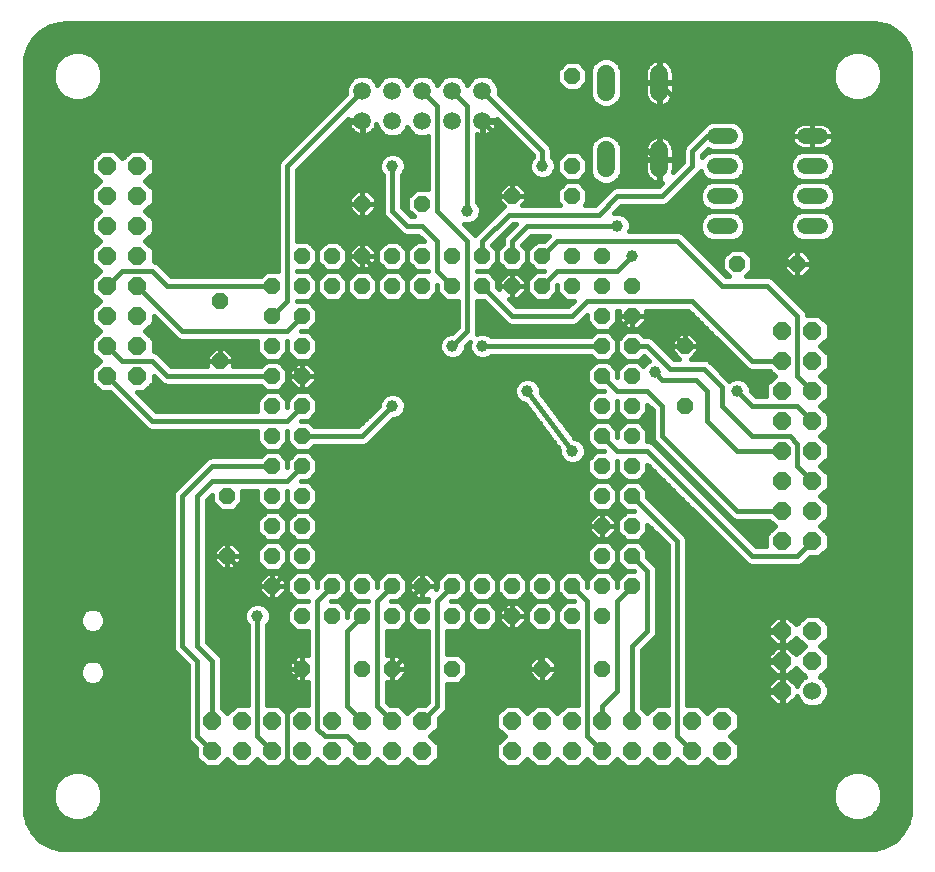
<source format=gbl>
G75*
G70*
%OFA0B0*%
%FSLAX24Y24*%
%IPPOS*%
%LPD*%
%AMOC8*
5,1,8,0,0,1.08239X$1,22.5*
%
%ADD10C,0.0594*%
%ADD11C,0.0520*%
%ADD12C,0.0600*%
%ADD13OC8,0.0520*%
%ADD14C,0.0600*%
%ADD15OC8,0.0600*%
%ADD16C,0.0160*%
%ADD17C,0.0396*%
D10*
X013180Y027180D03*
X013180Y028180D03*
X014180Y028180D03*
X014180Y027180D03*
X015180Y027180D03*
X015180Y028180D03*
X016180Y028180D03*
X016180Y027180D03*
X017180Y027180D03*
X017180Y028180D03*
D11*
X024920Y026680D02*
X025440Y026680D01*
X025440Y025680D02*
X024920Y025680D01*
X024920Y024680D02*
X025440Y024680D01*
X025440Y023680D02*
X024920Y023680D01*
X027920Y023680D02*
X028440Y023680D01*
X028440Y024680D02*
X027920Y024680D01*
X027920Y025680D02*
X028440Y025680D01*
X028440Y026680D02*
X027920Y026680D01*
D12*
X023070Y026200D02*
X023070Y025600D01*
X021290Y025600D02*
X021290Y026200D01*
X021290Y028160D02*
X021290Y028760D01*
X023070Y028760D02*
X023070Y028160D01*
D13*
X020180Y028680D03*
X020180Y025680D03*
X020180Y024680D03*
X020180Y022680D03*
X020180Y021680D03*
X019180Y021680D03*
X019180Y022680D03*
X018180Y022680D03*
X018180Y021680D03*
X017180Y021680D03*
X017180Y022680D03*
X016180Y022680D03*
X016180Y021680D03*
X015180Y021680D03*
X015180Y022680D03*
X014180Y022680D03*
X014180Y021680D03*
X013180Y021680D03*
X013180Y022680D03*
X012180Y022680D03*
X012180Y021680D03*
X011180Y021680D03*
X011180Y020680D03*
X011180Y019680D03*
X011180Y018680D03*
X011180Y017680D03*
X011180Y016680D03*
X011180Y015680D03*
X011180Y014680D03*
X011180Y013680D03*
X011180Y012680D03*
X011180Y011680D03*
X011180Y010680D03*
X012180Y010680D03*
X012180Y011680D03*
X013180Y011680D03*
X013180Y010680D03*
X014180Y010680D03*
X014180Y011680D03*
X015180Y011680D03*
X015180Y010680D03*
X016180Y010680D03*
X016180Y011680D03*
X017180Y011680D03*
X017180Y010680D03*
X018180Y010680D03*
X018180Y011680D03*
X019180Y011680D03*
X019180Y010680D03*
X020180Y010680D03*
X020180Y011680D03*
X021180Y011680D03*
X021180Y010680D03*
X022180Y011680D03*
X022180Y012680D03*
X022180Y013680D03*
X022180Y014680D03*
X022180Y015680D03*
X022180Y016680D03*
X022180Y017680D03*
X022180Y018680D03*
X022180Y019680D03*
X022180Y020680D03*
X022180Y021680D03*
X021180Y021680D03*
X021180Y020680D03*
X021180Y019680D03*
X021180Y018680D03*
X021180Y017680D03*
X021180Y016680D03*
X021180Y015680D03*
X021180Y014680D03*
X021180Y013680D03*
X021180Y012680D03*
X021180Y008930D03*
X019180Y008930D03*
X016180Y008930D03*
X014180Y008930D03*
X013180Y008930D03*
X011180Y008930D03*
X010180Y011680D03*
X010180Y012680D03*
X010180Y013680D03*
X010180Y014680D03*
X010180Y015680D03*
X010180Y016680D03*
X010180Y017680D03*
X010180Y018680D03*
X010180Y019680D03*
X010180Y020680D03*
X010180Y021680D03*
X011180Y022680D03*
X013180Y024430D03*
X015180Y024430D03*
X018180Y024680D03*
X021180Y022680D03*
X023930Y019680D03*
X023930Y017680D03*
X025680Y022430D03*
X027680Y022430D03*
X008680Y014680D03*
X008680Y012680D03*
X008430Y019180D03*
X008430Y021180D03*
D14*
X028180Y008180D03*
D15*
X028180Y009180D03*
X028180Y010180D03*
X027180Y010180D03*
X027180Y009180D03*
X027180Y008180D03*
X025180Y007180D03*
X025180Y006180D03*
X024180Y006180D03*
X024180Y007180D03*
X023180Y007180D03*
X023180Y006180D03*
X022180Y006180D03*
X022180Y007180D03*
X021180Y007180D03*
X021180Y006180D03*
X020180Y006180D03*
X020180Y007180D03*
X019180Y007180D03*
X019180Y006180D03*
X018180Y006180D03*
X018180Y007180D03*
X015180Y007180D03*
X015180Y006180D03*
X014180Y006180D03*
X014180Y007180D03*
X013180Y007180D03*
X013180Y006180D03*
X012180Y006180D03*
X012180Y007180D03*
X011180Y007180D03*
X011180Y006180D03*
X010180Y006180D03*
X010180Y007180D03*
X009180Y007180D03*
X009180Y006180D03*
X008180Y006180D03*
X008180Y007180D03*
X005680Y018680D03*
X005680Y019680D03*
X005680Y020680D03*
X005680Y021680D03*
X005680Y022680D03*
X005680Y023680D03*
X005680Y024680D03*
X005680Y025680D03*
X004680Y025680D03*
X004680Y024680D03*
X004680Y023680D03*
X004680Y022680D03*
X004680Y021680D03*
X004680Y020680D03*
X004680Y019680D03*
X004680Y018680D03*
X027180Y018180D03*
X027180Y017180D03*
X027180Y016180D03*
X027180Y015180D03*
X027180Y014180D03*
X027180Y013180D03*
X028180Y013180D03*
X028180Y014180D03*
X028180Y015180D03*
X028180Y016180D03*
X028180Y017180D03*
X028180Y018180D03*
X028180Y019180D03*
X028180Y020180D03*
X027180Y020180D03*
X027180Y019180D03*
D16*
X002748Y003022D02*
X002445Y003197D01*
X002197Y003445D01*
X002022Y003748D01*
X001931Y004086D01*
X001920Y004261D01*
X001920Y029099D01*
X001931Y029274D01*
X002022Y029612D01*
X002197Y029915D01*
X002445Y030163D01*
X002748Y030338D01*
X003086Y030429D01*
X003261Y030440D01*
X030266Y030440D01*
X030419Y030430D01*
X030715Y030351D01*
X030981Y030197D01*
X031197Y029981D01*
X031351Y029715D01*
X031430Y029419D01*
X031440Y029266D01*
X031440Y004261D01*
X031429Y004086D01*
X031338Y003748D01*
X031163Y003445D01*
X030915Y003197D01*
X030612Y003022D01*
X030274Y002931D01*
X030099Y002920D01*
X003261Y002920D01*
X003086Y002931D01*
X002748Y003022D01*
X002748Y003022D01*
X002842Y002997D02*
X030518Y002997D01*
X030843Y003156D02*
X002517Y003156D01*
X002328Y003314D02*
X031032Y003314D01*
X031179Y003473D02*
X002181Y003473D01*
X002090Y003631D02*
X031270Y003631D01*
X031349Y003790D02*
X002011Y003790D01*
X001968Y003948D02*
X003277Y003948D01*
X003210Y003976D02*
X003515Y003849D01*
X003845Y003849D01*
X004150Y003976D01*
X004384Y004210D01*
X004511Y004515D01*
X004511Y004845D01*
X004384Y005150D01*
X004150Y005384D01*
X003845Y005511D01*
X003515Y005511D01*
X003210Y005384D01*
X002976Y005150D01*
X002849Y004845D01*
X002849Y004515D01*
X002976Y004210D01*
X003210Y003976D01*
X003079Y004107D02*
X001930Y004107D01*
X001920Y004265D02*
X002953Y004265D01*
X002887Y004424D02*
X001920Y004424D01*
X001920Y004582D02*
X002849Y004582D01*
X002849Y004741D02*
X001920Y004741D01*
X001920Y004899D02*
X002872Y004899D01*
X002937Y005058D02*
X001920Y005058D01*
X001920Y005216D02*
X003041Y005216D01*
X003200Y005375D02*
X001920Y005375D01*
X001920Y005533D02*
X031440Y005533D01*
X031440Y005375D02*
X030160Y005375D01*
X030150Y005384D02*
X029845Y005511D01*
X029515Y005511D01*
X029210Y005384D01*
X028976Y005150D01*
X028849Y004845D01*
X028849Y004515D01*
X028976Y004210D01*
X029210Y003976D01*
X029515Y003849D01*
X029845Y003849D01*
X030150Y003976D01*
X030384Y004210D01*
X030511Y004515D01*
X030511Y004845D01*
X030384Y005150D01*
X030150Y005384D01*
X030319Y005216D02*
X031440Y005216D01*
X031440Y005058D02*
X030423Y005058D01*
X030488Y004899D02*
X031440Y004899D01*
X031440Y004741D02*
X030511Y004741D01*
X030511Y004582D02*
X031440Y004582D01*
X031440Y004424D02*
X030473Y004424D01*
X030407Y004265D02*
X031440Y004265D01*
X031430Y004107D02*
X030281Y004107D01*
X030083Y003948D02*
X031392Y003948D01*
X031440Y005692D02*
X025455Y005692D01*
X025404Y005640D02*
X025720Y005956D01*
X025720Y006404D01*
X025444Y006680D01*
X025720Y006956D01*
X025720Y007404D01*
X025404Y007720D01*
X024956Y007720D01*
X024680Y007444D01*
X024404Y007720D01*
X024000Y007720D01*
X024000Y013244D01*
X023951Y013361D01*
X022680Y014633D01*
X022680Y014887D01*
X022387Y015180D01*
X021973Y015180D01*
X021680Y014887D01*
X021680Y014473D01*
X021973Y014180D01*
X021680Y013887D01*
X021680Y013473D01*
X021973Y013180D01*
X021680Y012887D01*
X021680Y012473D01*
X021973Y012180D01*
X021680Y011887D01*
X021680Y011633D01*
X021680Y011633D01*
X021680Y011887D01*
X021387Y012180D01*
X020973Y012180D01*
X020680Y011887D01*
X020387Y012180D01*
X019973Y012180D01*
X019680Y011887D01*
X019680Y011473D01*
X019973Y011180D01*
X019680Y010887D01*
X019680Y010473D01*
X019973Y010180D01*
X020360Y010180D01*
X020360Y007720D01*
X019956Y007720D01*
X019680Y007444D01*
X019404Y007720D01*
X018956Y007720D01*
X018680Y007444D01*
X018404Y007720D01*
X017956Y007720D01*
X017640Y007404D01*
X017640Y006956D01*
X017916Y006680D01*
X017640Y006404D01*
X017640Y005956D01*
X017956Y005640D01*
X018404Y005640D01*
X018680Y005916D01*
X018956Y005640D01*
X019404Y005640D01*
X019680Y005916D01*
X019956Y005640D01*
X020404Y005640D01*
X020680Y005916D01*
X020956Y005640D01*
X021404Y005640D01*
X021680Y005916D01*
X021956Y005640D01*
X022404Y005640D01*
X022680Y005916D01*
X022956Y005640D01*
X023404Y005640D01*
X023680Y005916D01*
X023956Y005640D01*
X024404Y005640D01*
X024680Y005916D01*
X024956Y005640D01*
X025404Y005640D01*
X025614Y005850D02*
X031440Y005850D01*
X031440Y006009D02*
X025720Y006009D01*
X025720Y006167D02*
X031440Y006167D01*
X031440Y006326D02*
X025720Y006326D01*
X025640Y006484D02*
X031440Y006484D01*
X031440Y006643D02*
X025481Y006643D01*
X025565Y006801D02*
X031440Y006801D01*
X031440Y006960D02*
X025720Y006960D01*
X025720Y007118D02*
X031440Y007118D01*
X031440Y007277D02*
X025720Y007277D01*
X025689Y007435D02*
X031440Y007435D01*
X031440Y007594D02*
X025530Y007594D01*
X024830Y007594D02*
X024530Y007594D01*
X024000Y007752D02*
X026929Y007752D01*
X026981Y007700D02*
X027160Y007700D01*
X027160Y008160D01*
X027200Y008160D01*
X027200Y007700D01*
X027379Y007700D01*
X027660Y007981D01*
X027660Y008024D01*
X027722Y007874D01*
X027874Y007722D01*
X028073Y007640D01*
X028287Y007640D01*
X028486Y007722D01*
X028638Y007874D01*
X028720Y008073D01*
X028720Y008287D01*
X028638Y008486D01*
X028486Y008638D01*
X028426Y008663D01*
X028720Y008956D01*
X028720Y009404D01*
X028444Y009680D01*
X028720Y009956D01*
X028720Y010404D01*
X028404Y010720D01*
X027956Y010720D01*
X027640Y010404D01*
X027640Y010399D01*
X027379Y010660D01*
X027200Y010660D01*
X027200Y010200D01*
X027160Y010200D01*
X027160Y010660D01*
X026981Y010660D01*
X026700Y010379D01*
X026700Y010200D01*
X027160Y010200D01*
X027160Y010160D01*
X026700Y010160D01*
X026700Y009981D01*
X026981Y009700D01*
X027160Y009700D01*
X027160Y010160D01*
X027200Y010160D01*
X027200Y009700D01*
X027379Y009700D01*
X027640Y009961D01*
X027640Y009956D01*
X027916Y009680D01*
X027640Y009404D01*
X027640Y009399D01*
X027379Y009660D01*
X027200Y009660D01*
X027200Y009200D01*
X027160Y009200D01*
X027160Y009660D01*
X026981Y009660D01*
X026700Y009379D01*
X026700Y009200D01*
X027160Y009200D01*
X027160Y009160D01*
X027200Y009160D01*
X027200Y008700D01*
X027379Y008700D01*
X027640Y008961D01*
X027640Y008956D01*
X027934Y008663D01*
X027874Y008638D01*
X027722Y008486D01*
X027660Y008336D01*
X027660Y008379D01*
X027379Y008660D01*
X027200Y008660D01*
X027200Y008200D01*
X027160Y008200D01*
X027160Y008660D01*
X026981Y008660D01*
X026700Y008379D01*
X026700Y008200D01*
X027160Y008200D01*
X027160Y008160D01*
X026700Y008160D01*
X026700Y007981D01*
X026981Y007700D01*
X027160Y007752D02*
X027200Y007752D01*
X027200Y007911D02*
X027160Y007911D01*
X027160Y008069D02*
X027200Y008069D01*
X027200Y008228D02*
X027160Y008228D01*
X027160Y008386D02*
X027200Y008386D01*
X027200Y008545D02*
X027160Y008545D01*
X027160Y008700D02*
X027160Y009160D01*
X026700Y009160D01*
X026700Y008981D01*
X026981Y008700D01*
X027160Y008700D01*
X027160Y008703D02*
X027200Y008703D01*
X027200Y008862D02*
X027160Y008862D01*
X027160Y009020D02*
X027200Y009020D01*
X027160Y009179D02*
X024000Y009179D01*
X024000Y009337D02*
X026700Y009337D01*
X026817Y009496D02*
X024000Y009496D01*
X024000Y009654D02*
X026975Y009654D01*
X027160Y009654D02*
X027200Y009654D01*
X027200Y009496D02*
X027160Y009496D01*
X027160Y009337D02*
X027200Y009337D01*
X027385Y009654D02*
X027890Y009654D01*
X027784Y009813D02*
X027491Y009813D01*
X027200Y009813D02*
X027160Y009813D01*
X027160Y009971D02*
X027200Y009971D01*
X027200Y010130D02*
X027160Y010130D01*
X027160Y010288D02*
X027200Y010288D01*
X027200Y010447D02*
X027160Y010447D01*
X027160Y010605D02*
X027200Y010605D01*
X027434Y010605D02*
X027841Y010605D01*
X027683Y010447D02*
X027592Y010447D01*
X026926Y010605D02*
X024000Y010605D01*
X024000Y010447D02*
X026768Y010447D01*
X026700Y010288D02*
X024000Y010288D01*
X024000Y010130D02*
X026700Y010130D01*
X026710Y009971D02*
X024000Y009971D01*
X024000Y009813D02*
X026869Y009813D01*
X027543Y009496D02*
X027732Y009496D01*
X027735Y008862D02*
X027540Y008862D01*
X027382Y008703D02*
X027893Y008703D01*
X027781Y008545D02*
X027494Y008545D01*
X027653Y008386D02*
X027681Y008386D01*
X027707Y007911D02*
X027589Y007911D01*
X027431Y007752D02*
X027844Y007752D01*
X028516Y007752D02*
X031440Y007752D01*
X031440Y007911D02*
X028653Y007911D01*
X028719Y008069D02*
X031440Y008069D01*
X031440Y008228D02*
X028720Y008228D01*
X028679Y008386D02*
X031440Y008386D01*
X031440Y008545D02*
X028579Y008545D01*
X028467Y008703D02*
X031440Y008703D01*
X031440Y008862D02*
X028625Y008862D01*
X028720Y009020D02*
X031440Y009020D01*
X031440Y009179D02*
X028720Y009179D01*
X028720Y009337D02*
X031440Y009337D01*
X031440Y009496D02*
X028628Y009496D01*
X028470Y009654D02*
X031440Y009654D01*
X031440Y009813D02*
X028576Y009813D01*
X028720Y009971D02*
X031440Y009971D01*
X031440Y010130D02*
X028720Y010130D01*
X028720Y010288D02*
X031440Y010288D01*
X031440Y010447D02*
X028677Y010447D01*
X028519Y010605D02*
X031440Y010605D01*
X031440Y010764D02*
X024000Y010764D01*
X024000Y010922D02*
X031440Y010922D01*
X031440Y011081D02*
X024000Y011081D01*
X024000Y011239D02*
X031440Y011239D01*
X031440Y011398D02*
X024000Y011398D01*
X024000Y011556D02*
X031440Y011556D01*
X031440Y011715D02*
X024000Y011715D01*
X024000Y011873D02*
X031440Y011873D01*
X031440Y012032D02*
X024000Y012032D01*
X024000Y012190D02*
X031440Y012190D01*
X031440Y012349D02*
X024000Y012349D01*
X024000Y012507D02*
X025900Y012507D01*
X025909Y012499D02*
X025999Y012409D01*
X026116Y012360D01*
X027744Y012360D01*
X027861Y012409D01*
X028093Y012640D01*
X028404Y012640D01*
X028720Y012956D01*
X028720Y013404D01*
X028444Y013680D01*
X028720Y013956D01*
X028720Y014404D01*
X028444Y014680D01*
X028720Y014956D01*
X028720Y015404D01*
X028444Y015680D01*
X028720Y015956D01*
X028720Y016404D01*
X028444Y016680D01*
X028720Y016956D01*
X028720Y017404D01*
X028444Y017680D01*
X028720Y017956D01*
X028720Y018404D01*
X028444Y018680D01*
X028720Y018956D01*
X028720Y019404D01*
X028444Y019680D01*
X028720Y019956D01*
X028720Y020404D01*
X028404Y020720D01*
X028000Y020720D01*
X028000Y020744D01*
X027951Y020861D01*
X026951Y021861D01*
X026861Y021951D01*
X026744Y022000D01*
X025957Y022000D01*
X026180Y022223D01*
X026180Y022637D01*
X025887Y022930D01*
X025473Y022930D01*
X025180Y022637D01*
X025180Y022223D01*
X025403Y022000D01*
X025313Y022000D01*
X023951Y023361D01*
X023861Y023451D01*
X023744Y023500D01*
X022080Y023500D01*
X022118Y023593D01*
X022118Y023767D01*
X022051Y023928D01*
X021928Y024051D01*
X021767Y024118D01*
X021593Y024118D01*
X021555Y024102D01*
X021813Y024360D01*
X023244Y024360D01*
X023361Y024409D01*
X023451Y024499D01*
X024451Y025499D01*
X024453Y025502D01*
X024496Y025397D01*
X024637Y025256D01*
X024821Y025180D01*
X025539Y025180D01*
X025723Y025256D01*
X025864Y025397D01*
X025940Y025581D01*
X025940Y025779D01*
X025864Y025963D01*
X025723Y026104D01*
X025539Y026180D01*
X025723Y026256D01*
X025864Y026397D01*
X025940Y026581D01*
X025940Y026779D01*
X025864Y026963D01*
X025723Y027104D01*
X025539Y027180D01*
X024821Y027180D01*
X024637Y027104D01*
X024496Y026963D01*
X024486Y026938D01*
X023999Y026451D01*
X023909Y026361D01*
X023860Y026244D01*
X023860Y025813D01*
X023539Y025491D01*
X023550Y025562D01*
X023550Y025880D01*
X023090Y025880D01*
X023090Y025920D01*
X023050Y025920D01*
X023050Y026680D01*
X023032Y026680D01*
X022958Y026668D01*
X022886Y026645D01*
X022818Y026611D01*
X022757Y026566D01*
X022704Y026513D01*
X022659Y026452D01*
X022625Y026384D01*
X022602Y026312D01*
X022590Y026238D01*
X022590Y025920D01*
X023050Y025920D01*
X023050Y025880D01*
X023090Y025880D01*
X023090Y025120D01*
X023108Y025120D01*
X023179Y025131D01*
X023047Y025000D01*
X021616Y025000D01*
X021499Y024951D01*
X020922Y024375D01*
X020582Y024375D01*
X020680Y024473D01*
X020680Y024887D01*
X020387Y025180D01*
X019973Y025180D01*
X019680Y024887D01*
X019680Y024473D01*
X019778Y024375D01*
X018497Y024375D01*
X018620Y024498D01*
X018620Y024680D01*
X018620Y024862D01*
X018362Y025120D01*
X018180Y025120D01*
X018180Y024680D01*
X018180Y026180D01*
X017180Y027180D01*
X017198Y027162D02*
X017198Y027198D01*
X017657Y027198D01*
X017657Y027218D01*
X017651Y027257D01*
X018860Y026047D01*
X018860Y025980D01*
X018809Y025928D01*
X018742Y025767D01*
X018742Y025593D01*
X018809Y025432D01*
X018932Y025309D01*
X019093Y025242D01*
X019267Y025242D01*
X019428Y025309D01*
X019551Y025432D01*
X019618Y025593D01*
X019618Y025767D01*
X019551Y025928D01*
X019500Y025980D01*
X019500Y026244D01*
X019451Y026361D01*
X019361Y026451D01*
X017717Y028096D01*
X017717Y028287D01*
X017635Y028484D01*
X017484Y028635D01*
X017287Y028717D01*
X017073Y028717D01*
X016876Y028635D01*
X016725Y028484D01*
X016680Y028376D01*
X016635Y028484D01*
X016484Y028635D01*
X016287Y028717D01*
X016073Y028717D01*
X015876Y028635D01*
X015725Y028484D01*
X015680Y028376D01*
X015635Y028484D01*
X015484Y028635D01*
X015287Y028717D01*
X015073Y028717D01*
X014876Y028635D01*
X014725Y028484D01*
X014680Y028376D01*
X014635Y028484D01*
X014484Y028635D01*
X014287Y028717D01*
X014073Y028717D01*
X013876Y028635D01*
X013725Y028484D01*
X013680Y028376D01*
X013635Y028484D01*
X013484Y028635D01*
X013287Y028717D01*
X013073Y028717D01*
X012876Y028635D01*
X012725Y028484D01*
X012643Y028287D01*
X012643Y028096D01*
X010409Y025861D01*
X010360Y025744D01*
X010360Y022180D01*
X009973Y022180D01*
X009793Y022000D01*
X006813Y022000D01*
X006451Y022361D01*
X006361Y022451D01*
X006244Y022500D01*
X006220Y022500D01*
X006220Y022904D01*
X005944Y023180D01*
X006220Y023456D01*
X006220Y023904D01*
X005944Y024180D01*
X006220Y024456D01*
X006220Y024904D01*
X005944Y025180D01*
X006220Y025456D01*
X006220Y025904D01*
X005904Y026220D01*
X005456Y026220D01*
X005180Y025944D01*
X004904Y026220D01*
X004456Y026220D01*
X004140Y025904D01*
X004140Y025456D01*
X004416Y025180D01*
X004140Y024904D01*
X004140Y024456D01*
X004416Y024180D01*
X004140Y023904D01*
X004140Y023456D01*
X004416Y023180D01*
X004140Y022904D01*
X004140Y022456D01*
X004416Y022180D01*
X004140Y021904D01*
X004140Y021456D01*
X004416Y021180D01*
X004140Y020904D01*
X004140Y020456D01*
X004416Y020180D01*
X004140Y019904D01*
X004140Y019456D01*
X004416Y019180D01*
X004140Y018904D01*
X004140Y018456D01*
X004456Y018140D01*
X004767Y018140D01*
X005999Y016909D01*
X006116Y016860D01*
X009680Y016860D01*
X009680Y016473D01*
X009973Y016180D01*
X010387Y016180D01*
X010680Y016473D01*
X010973Y016180D01*
X011387Y016180D01*
X011567Y016360D01*
X013244Y016360D01*
X013361Y016409D01*
X014194Y017242D01*
X014267Y017242D01*
X014428Y017309D01*
X014551Y017432D01*
X014618Y017593D01*
X014618Y017767D01*
X014551Y017928D01*
X014428Y018051D01*
X014267Y018118D01*
X014093Y018118D01*
X013932Y018051D01*
X013809Y017928D01*
X013742Y017767D01*
X013742Y017694D01*
X013047Y017000D01*
X011567Y017000D01*
X011387Y017180D01*
X011680Y017473D01*
X011680Y017887D01*
X011387Y018180D01*
X010973Y018180D01*
X010680Y017887D01*
X010387Y018180D01*
X010680Y018473D01*
X010680Y018887D01*
X010387Y019180D01*
X010680Y019473D01*
X010973Y019180D01*
X011387Y019180D01*
X011680Y019473D01*
X011680Y019887D01*
X011387Y020180D01*
X011680Y020473D01*
X011680Y020887D01*
X011387Y021180D01*
X011680Y021473D01*
X011680Y021887D01*
X011387Y022180D01*
X011680Y022473D01*
X011680Y022887D01*
X011387Y023180D01*
X011000Y023180D01*
X011000Y025547D01*
X012709Y027257D01*
X012703Y027218D01*
X012703Y027198D01*
X013162Y027198D01*
X013162Y027162D01*
X013198Y027162D01*
X013198Y026703D01*
X013218Y026703D01*
X013292Y026715D01*
X013363Y026738D01*
X013430Y026772D01*
X013491Y026816D01*
X013544Y026869D01*
X013588Y026930D01*
X013622Y026997D01*
X013645Y027068D01*
X013645Y027068D01*
X013725Y026876D01*
X013876Y026725D01*
X014073Y026643D01*
X014287Y026643D01*
X014484Y026725D01*
X014635Y026876D01*
X014680Y026984D01*
X014725Y026876D01*
X014876Y026725D01*
X015073Y026643D01*
X015287Y026643D01*
X015360Y026673D01*
X015360Y024930D01*
X014973Y024930D01*
X014680Y024637D01*
X014680Y024223D01*
X014903Y024000D01*
X014813Y024000D01*
X014500Y024313D01*
X014500Y025380D01*
X014551Y025432D01*
X014618Y025593D01*
X014618Y025767D01*
X014551Y025928D01*
X014428Y026051D01*
X014267Y026118D01*
X014093Y026118D01*
X013932Y026051D01*
X013809Y025928D01*
X013742Y025767D01*
X013742Y025593D01*
X013809Y025432D01*
X013860Y025380D01*
X013860Y024116D01*
X013909Y023999D01*
X013999Y023909D01*
X014499Y023409D01*
X014616Y023360D01*
X015047Y023360D01*
X015227Y023180D01*
X014973Y023180D01*
X014680Y022887D01*
X014680Y022473D01*
X014973Y022180D01*
X014680Y021887D01*
X014680Y021473D01*
X014973Y021180D01*
X015387Y021180D01*
X015680Y021473D01*
X015973Y021180D01*
X016360Y021180D01*
X016360Y020313D01*
X016166Y020118D01*
X016093Y020118D01*
X015932Y020051D01*
X015809Y019928D01*
X015742Y019767D01*
X015742Y019593D01*
X015809Y019432D01*
X015932Y019309D01*
X016093Y019242D01*
X016267Y019242D01*
X016428Y019309D01*
X016551Y019432D01*
X016618Y019593D01*
X016618Y019666D01*
X016758Y019805D01*
X016742Y019767D01*
X016742Y019593D01*
X016809Y019432D01*
X016932Y019309D01*
X017093Y019242D01*
X017267Y019242D01*
X017428Y019309D01*
X017480Y019360D01*
X020793Y019360D01*
X020973Y019180D01*
X020680Y018887D01*
X020680Y018473D01*
X020973Y018180D01*
X020680Y017887D01*
X020680Y017473D01*
X020973Y017180D01*
X020680Y016887D01*
X020680Y016473D01*
X020973Y016180D01*
X020680Y015887D01*
X020680Y015473D01*
X020973Y015180D01*
X021387Y015180D01*
X021680Y015473D01*
X021973Y015180D01*
X022387Y015180D01*
X022680Y015473D01*
X022680Y015727D01*
X025909Y012499D01*
X025742Y012666D02*
X024000Y012666D01*
X024000Y012824D02*
X025583Y012824D01*
X025425Y012983D02*
X024000Y012983D01*
X024000Y013141D02*
X025266Y013141D01*
X025108Y013300D02*
X023977Y013300D01*
X023855Y013458D02*
X024949Y013458D01*
X024791Y013617D02*
X023696Y013617D01*
X023538Y013775D02*
X024632Y013775D01*
X024474Y013934D02*
X023379Y013934D01*
X023221Y014092D02*
X024315Y014092D01*
X024157Y014251D02*
X023062Y014251D01*
X022904Y014409D02*
X023998Y014409D01*
X023840Y014568D02*
X022745Y014568D01*
X022680Y014726D02*
X023681Y014726D01*
X023523Y014885D02*
X022680Y014885D01*
X022524Y015043D02*
X023364Y015043D01*
X023206Y015202D02*
X022409Y015202D01*
X022567Y015360D02*
X023047Y015360D01*
X022889Y015519D02*
X022680Y015519D01*
X022680Y015677D02*
X022730Y015677D01*
X023319Y015994D02*
X023413Y015994D01*
X023477Y015836D02*
X023572Y015836D01*
X023636Y015677D02*
X023730Y015677D01*
X023794Y015519D02*
X023889Y015519D01*
X023953Y015360D02*
X024047Y015360D01*
X024111Y015202D02*
X024206Y015202D01*
X024270Y015043D02*
X024364Y015043D01*
X024428Y014885D02*
X024523Y014885D01*
X024587Y014726D02*
X024681Y014726D01*
X024745Y014568D02*
X024840Y014568D01*
X024904Y014409D02*
X024998Y014409D01*
X025062Y014251D02*
X025157Y014251D01*
X025221Y014092D02*
X025315Y014092D01*
X025409Y013999D02*
X025499Y013909D01*
X025616Y013860D01*
X026736Y013860D01*
X026916Y013680D01*
X026640Y013404D01*
X026640Y013000D01*
X026313Y013000D01*
X022861Y016451D01*
X022744Y016500D01*
X022680Y016500D01*
X022680Y016887D01*
X022387Y017180D01*
X021973Y017180D01*
X021680Y016887D01*
X021387Y017180D01*
X020973Y017180D01*
X021387Y017180D01*
X021680Y017473D01*
X021973Y017180D01*
X022387Y017180D01*
X022680Y017473D01*
X022680Y017727D01*
X022860Y017547D01*
X022860Y016616D01*
X022909Y016499D01*
X025409Y013999D01*
X025379Y013934D02*
X025474Y013934D01*
X025538Y013775D02*
X026821Y013775D01*
X026853Y013617D02*
X025696Y013617D01*
X025855Y013458D02*
X026694Y013458D01*
X026640Y013300D02*
X026013Y013300D01*
X026172Y013141D02*
X026640Y013141D01*
X026180Y012680D02*
X027680Y012680D01*
X028180Y013180D01*
X028588Y012824D02*
X031440Y012824D01*
X031440Y012666D02*
X028429Y012666D01*
X028720Y012983D02*
X031440Y012983D01*
X031440Y013141D02*
X028720Y013141D01*
X028720Y013300D02*
X031440Y013300D01*
X031440Y013458D02*
X028666Y013458D01*
X028507Y013617D02*
X031440Y013617D01*
X031440Y013775D02*
X028539Y013775D01*
X028697Y013934D02*
X031440Y013934D01*
X031440Y014092D02*
X028720Y014092D01*
X028720Y014251D02*
X031440Y014251D01*
X031440Y014409D02*
X028715Y014409D01*
X028556Y014568D02*
X031440Y014568D01*
X031440Y014726D02*
X028490Y014726D01*
X028648Y014885D02*
X031440Y014885D01*
X031440Y015043D02*
X028720Y015043D01*
X028720Y015202D02*
X031440Y015202D01*
X031440Y015360D02*
X028720Y015360D01*
X028605Y015519D02*
X031440Y015519D01*
X031440Y015677D02*
X028447Y015677D01*
X028599Y015836D02*
X031440Y015836D01*
X031440Y015994D02*
X028720Y015994D01*
X028720Y016153D02*
X031440Y016153D01*
X031440Y016311D02*
X028720Y016311D01*
X028654Y016470D02*
X031440Y016470D01*
X031440Y016628D02*
X028496Y016628D01*
X028550Y016787D02*
X031440Y016787D01*
X031440Y016945D02*
X028709Y016945D01*
X028720Y017104D02*
X031440Y017104D01*
X031440Y017262D02*
X028720Y017262D01*
X028703Y017421D02*
X031440Y017421D01*
X031440Y017579D02*
X028545Y017579D01*
X028501Y017738D02*
X031440Y017738D01*
X031440Y017896D02*
X028660Y017896D01*
X028720Y018055D02*
X031440Y018055D01*
X031440Y018213D02*
X028720Y018213D01*
X028720Y018372D02*
X031440Y018372D01*
X031440Y018530D02*
X028594Y018530D01*
X028452Y018689D02*
X031440Y018689D01*
X031440Y018847D02*
X028611Y018847D01*
X028720Y019006D02*
X031440Y019006D01*
X031440Y019164D02*
X028720Y019164D01*
X028720Y019323D02*
X031440Y019323D01*
X031440Y019481D02*
X028643Y019481D01*
X028484Y019640D02*
X031440Y019640D01*
X031440Y019798D02*
X028562Y019798D01*
X028720Y019957D02*
X031440Y019957D01*
X031440Y020115D02*
X028720Y020115D01*
X028720Y020274D02*
X031440Y020274D01*
X031440Y020432D02*
X028692Y020432D01*
X028533Y020591D02*
X031440Y020591D01*
X031440Y020749D02*
X027998Y020749D01*
X027905Y020908D02*
X031440Y020908D01*
X031440Y021066D02*
X027747Y021066D01*
X027588Y021225D02*
X031440Y021225D01*
X031440Y021383D02*
X027430Y021383D01*
X027271Y021542D02*
X031440Y021542D01*
X031440Y021700D02*
X027113Y021700D01*
X026954Y021859D02*
X031440Y021859D01*
X031440Y022017D02*
X027889Y022017D01*
X027862Y021990D02*
X028120Y022248D01*
X028120Y022430D01*
X028120Y022612D01*
X027862Y022870D01*
X027680Y022870D01*
X027680Y022430D01*
X027430Y022430D01*
X026680Y023180D01*
X026680Y026180D01*
X026680Y026680D01*
X025680Y027680D01*
X023850Y027680D01*
X023070Y028460D01*
X023070Y025900D01*
X022960Y025900D01*
X021680Y027180D01*
X020180Y027180D01*
X020832Y027854D02*
X020984Y027702D01*
X021183Y027620D01*
X021397Y027620D01*
X021596Y027702D01*
X021748Y027854D01*
X021830Y028053D01*
X021830Y028867D01*
X021748Y029066D01*
X021596Y029218D01*
X021397Y029300D01*
X021183Y029300D01*
X020984Y029218D01*
X020832Y029066D01*
X020750Y028867D01*
X020750Y028053D01*
X020832Y027854D01*
X020821Y027882D02*
X017931Y027882D01*
X017773Y028040D02*
X020755Y028040D01*
X020750Y028199D02*
X020406Y028199D01*
X020387Y028180D02*
X020680Y028473D01*
X020680Y028887D01*
X020387Y029180D01*
X019973Y029180D01*
X019680Y028887D01*
X019680Y028473D01*
X019973Y028180D01*
X020387Y028180D01*
X020564Y028357D02*
X020750Y028357D01*
X020750Y028516D02*
X020680Y028516D01*
X020680Y028674D02*
X020750Y028674D01*
X020750Y028833D02*
X020680Y028833D01*
X020576Y028991D02*
X020801Y028991D01*
X020916Y029150D02*
X020418Y029150D01*
X019942Y029150D02*
X004384Y029150D01*
X004150Y029384D01*
X003845Y029511D01*
X003515Y029511D01*
X003210Y029384D01*
X002976Y029150D01*
X002849Y028845D01*
X002849Y028515D01*
X002976Y028210D01*
X003210Y027976D01*
X003515Y027849D01*
X003845Y027849D01*
X004150Y027976D01*
X004384Y028210D01*
X004511Y028515D01*
X004511Y028845D01*
X004384Y029150D01*
X004450Y028991D02*
X019784Y028991D01*
X019680Y028833D02*
X004511Y028833D01*
X004511Y028674D02*
X012970Y028674D01*
X012756Y028516D02*
X004511Y028516D01*
X004445Y028357D02*
X012672Y028357D01*
X012643Y028199D02*
X004373Y028199D01*
X004215Y028040D02*
X012587Y028040D01*
X012429Y027882D02*
X003923Y027882D01*
X003437Y027882D02*
X001920Y027882D01*
X001920Y028040D02*
X003145Y028040D01*
X002987Y028199D02*
X001920Y028199D01*
X001920Y028357D02*
X002915Y028357D01*
X002849Y028516D02*
X001920Y028516D01*
X001920Y028674D02*
X002849Y028674D01*
X002849Y028833D02*
X001920Y028833D01*
X001920Y028991D02*
X002910Y028991D01*
X002976Y029150D02*
X001923Y029150D01*
X001941Y029308D02*
X003133Y029308D01*
X003409Y029467D02*
X001983Y029467D01*
X002030Y029625D02*
X031375Y029625D01*
X031417Y029467D02*
X029951Y029467D01*
X029845Y029511D02*
X029515Y029511D01*
X029210Y029384D01*
X028976Y029150D01*
X028849Y028845D01*
X028849Y028515D01*
X028976Y028210D01*
X029210Y027976D01*
X029515Y027849D01*
X029845Y027849D01*
X030150Y027976D01*
X030384Y028210D01*
X030511Y028515D01*
X030511Y028845D01*
X030384Y029150D01*
X030150Y029384D01*
X029845Y029511D01*
X030227Y029308D02*
X031437Y029308D01*
X031440Y029150D02*
X030384Y029150D01*
X030450Y028991D02*
X031440Y028991D01*
X031440Y028833D02*
X030511Y028833D01*
X030511Y028674D02*
X031440Y028674D01*
X031440Y028516D02*
X030511Y028516D01*
X030445Y028357D02*
X031440Y028357D01*
X031440Y028199D02*
X030373Y028199D01*
X030215Y028040D02*
X031440Y028040D01*
X031440Y027882D02*
X029923Y027882D01*
X029437Y027882D02*
X023461Y027882D01*
X023481Y027908D02*
X023436Y027847D01*
X023383Y027794D01*
X023322Y027749D01*
X023254Y027715D01*
X023182Y027692D01*
X023108Y027680D01*
X023090Y027680D01*
X023090Y028440D01*
X023090Y028480D01*
X023550Y028480D01*
X023550Y028798D01*
X023538Y028872D01*
X023515Y028944D01*
X023481Y029012D01*
X023436Y029073D01*
X023383Y029126D01*
X023322Y029171D01*
X023254Y029205D01*
X023182Y029228D01*
X023108Y029240D01*
X023090Y029240D01*
X023090Y028480D01*
X023050Y028480D01*
X023050Y029240D01*
X023032Y029240D01*
X022958Y029228D01*
X022886Y029205D01*
X022818Y029171D01*
X022757Y029126D01*
X022704Y029073D01*
X022659Y029012D01*
X022625Y028944D01*
X022602Y028872D01*
X022590Y028798D01*
X022590Y028480D01*
X023050Y028480D01*
X023050Y028440D01*
X023090Y028440D01*
X023550Y028440D01*
X023550Y028122D01*
X023538Y028048D01*
X023515Y027976D01*
X023481Y027908D01*
X023536Y028040D02*
X029145Y028040D01*
X028987Y028199D02*
X023550Y028199D01*
X023550Y028357D02*
X028915Y028357D01*
X028849Y028516D02*
X023550Y028516D01*
X023550Y028674D02*
X028849Y028674D01*
X028849Y028833D02*
X023544Y028833D01*
X023491Y028991D02*
X028910Y028991D01*
X028976Y029150D02*
X023350Y029150D01*
X023090Y029150D02*
X023050Y029150D01*
X023050Y028991D02*
X023090Y028991D01*
X023090Y028833D02*
X023050Y028833D01*
X023050Y028674D02*
X023090Y028674D01*
X023090Y028516D02*
X023050Y028516D01*
X023050Y028440D02*
X022590Y028440D01*
X022590Y028122D01*
X022602Y028048D01*
X022625Y027976D01*
X022659Y027908D01*
X022704Y027847D01*
X022757Y027794D01*
X022818Y027749D01*
X022886Y027715D01*
X022958Y027692D01*
X023032Y027680D01*
X023050Y027680D01*
X023050Y028440D01*
X023050Y028357D02*
X023090Y028357D01*
X023090Y028199D02*
X023050Y028199D01*
X023050Y028040D02*
X023090Y028040D01*
X023090Y027882D02*
X023050Y027882D01*
X023050Y027723D02*
X023090Y027723D01*
X023270Y027723D02*
X031440Y027723D01*
X031440Y027565D02*
X018248Y027565D01*
X018090Y027723D02*
X020963Y027723D01*
X021617Y027723D02*
X022870Y027723D01*
X022679Y027882D02*
X021759Y027882D01*
X021825Y028040D02*
X022604Y028040D01*
X022590Y028199D02*
X021830Y028199D01*
X021830Y028357D02*
X022590Y028357D01*
X022590Y028516D02*
X021830Y028516D01*
X021830Y028674D02*
X022590Y028674D01*
X022596Y028833D02*
X021830Y028833D01*
X021779Y028991D02*
X022649Y028991D01*
X022790Y029150D02*
X021664Y029150D01*
X019954Y028199D02*
X017717Y028199D01*
X017688Y028357D02*
X019796Y028357D01*
X019680Y028516D02*
X017604Y028516D01*
X017390Y028674D02*
X019680Y028674D01*
X018407Y027406D02*
X031440Y027406D01*
X031440Y027248D02*
X018565Y027248D01*
X018724Y027089D02*
X024622Y027089D01*
X024478Y026931D02*
X018882Y026931D01*
X019041Y026772D02*
X024319Y026772D01*
X024161Y026614D02*
X023316Y026614D01*
X023322Y026611D02*
X023254Y026645D01*
X023182Y026668D01*
X023108Y026680D01*
X023090Y026680D01*
X023090Y025920D01*
X023550Y025920D01*
X023550Y026238D01*
X023538Y026312D01*
X023515Y026384D01*
X023481Y026452D01*
X023436Y026513D01*
X023383Y026566D01*
X023322Y026611D01*
X023478Y026455D02*
X024002Y026455D01*
X023882Y026297D02*
X023541Y026297D01*
X023550Y026138D02*
X023860Y026138D01*
X023860Y025980D02*
X023550Y025980D01*
X023550Y025821D02*
X023860Y025821D01*
X023710Y025663D02*
X023550Y025663D01*
X023541Y025504D02*
X023551Y025504D01*
X023090Y025504D02*
X023050Y025504D01*
X023050Y025346D02*
X023090Y025346D01*
X023090Y025187D02*
X023050Y025187D01*
X023050Y025120D02*
X023050Y025880D01*
X022590Y025880D01*
X022590Y025562D01*
X022602Y025488D01*
X022625Y025416D01*
X022659Y025348D01*
X022704Y025287D01*
X022757Y025234D01*
X022818Y025189D01*
X022886Y025155D01*
X022958Y025132D01*
X023032Y025120D01*
X023050Y025120D01*
X023076Y025029D02*
X020539Y025029D01*
X020680Y024870D02*
X021417Y024870D01*
X021397Y025060D02*
X021596Y025142D01*
X021748Y025294D01*
X021830Y025493D01*
X021830Y026307D01*
X021748Y026506D01*
X021596Y026658D01*
X021397Y026740D01*
X021183Y026740D01*
X020984Y026658D01*
X020832Y026506D01*
X020750Y026307D01*
X020750Y025493D01*
X020832Y025294D01*
X020984Y025142D01*
X021183Y025060D01*
X021397Y025060D01*
X021641Y025187D02*
X022823Y025187D01*
X022662Y025346D02*
X021769Y025346D01*
X021830Y025504D02*
X022599Y025504D01*
X022590Y025663D02*
X021830Y025663D01*
X021830Y025821D02*
X022590Y025821D01*
X022590Y025980D02*
X021830Y025980D01*
X021830Y026138D02*
X022590Y026138D01*
X022599Y026297D02*
X021830Y026297D01*
X021769Y026455D02*
X022662Y026455D01*
X022824Y026614D02*
X021640Y026614D01*
X020940Y026614D02*
X019199Y026614D01*
X019358Y026455D02*
X020811Y026455D01*
X020750Y026297D02*
X019478Y026297D01*
X019500Y026138D02*
X019931Y026138D01*
X019973Y026180D02*
X019680Y025887D01*
X019680Y025473D01*
X019973Y025180D01*
X020387Y025180D01*
X020680Y025473D01*
X020680Y025887D01*
X020387Y026180D01*
X019973Y026180D01*
X019772Y025980D02*
X019500Y025980D01*
X019596Y025821D02*
X019680Y025821D01*
X019680Y025663D02*
X019618Y025663D01*
X019581Y025504D02*
X019680Y025504D01*
X019807Y025346D02*
X019465Y025346D01*
X019180Y025680D02*
X019180Y026180D01*
X017180Y028180D01*
X016756Y028516D02*
X016604Y028516D01*
X016390Y028674D02*
X016970Y028674D01*
X016180Y028180D02*
X016680Y027680D01*
X016680Y024180D01*
X017000Y024480D02*
X017000Y026737D01*
X017068Y026715D01*
X017142Y026703D01*
X017162Y026703D01*
X017162Y027162D01*
X017198Y027162D01*
X017657Y027162D01*
X017657Y027142D01*
X017645Y027068D01*
X017622Y026997D01*
X017588Y026930D01*
X017544Y026869D01*
X017491Y026816D01*
X017430Y026772D01*
X017363Y026738D01*
X017292Y026715D01*
X017218Y026703D01*
X017198Y026703D01*
X017198Y027162D01*
X017198Y027089D02*
X017162Y027089D01*
X017162Y026931D02*
X017198Y026931D01*
X017198Y026772D02*
X017162Y026772D01*
X017000Y026614D02*
X018294Y026614D01*
X018135Y026772D02*
X017430Y026772D01*
X017588Y026931D02*
X017977Y026931D01*
X017818Y027089D02*
X017648Y027089D01*
X017652Y027248D02*
X017660Y027248D01*
X017000Y026455D02*
X018452Y026455D01*
X018611Y026297D02*
X017000Y026297D01*
X017000Y026138D02*
X018769Y026138D01*
X018860Y025980D02*
X017000Y025980D01*
X017000Y025821D02*
X018764Y025821D01*
X018742Y025663D02*
X017000Y025663D01*
X017000Y025504D02*
X018779Y025504D01*
X018895Y025346D02*
X017000Y025346D01*
X017000Y025187D02*
X019966Y025187D01*
X019821Y025029D02*
X018454Y025029D01*
X018612Y024870D02*
X019680Y024870D01*
X019680Y024712D02*
X018620Y024712D01*
X018620Y024680D02*
X018180Y024680D01*
X018180Y024680D01*
X018180Y024680D01*
X018180Y024680D01*
X017740Y024680D01*
X017740Y024862D01*
X017998Y025120D01*
X018180Y025120D01*
X018180Y024680D01*
X018620Y024680D01*
X018620Y024553D02*
X019680Y024553D01*
X019758Y024395D02*
X018517Y024395D01*
X018180Y024680D02*
X017740Y024680D01*
X017740Y024498D01*
X017900Y024337D01*
X017874Y024326D01*
X016999Y023451D01*
X016930Y023383D01*
X016861Y023451D01*
X016555Y023758D01*
X016593Y023742D01*
X016767Y023742D01*
X016928Y023809D01*
X017051Y023932D01*
X017118Y024093D01*
X017118Y024267D01*
X017051Y024428D01*
X017000Y024480D01*
X017000Y024553D02*
X017740Y024553D01*
X017740Y024712D02*
X017000Y024712D01*
X017000Y024870D02*
X017748Y024870D01*
X017906Y025029D02*
X017000Y025029D01*
X017065Y024395D02*
X017843Y024395D01*
X017783Y024236D02*
X017118Y024236D01*
X017112Y024078D02*
X017625Y024078D01*
X017466Y023919D02*
X017039Y023919D01*
X016812Y023761D02*
X017308Y023761D01*
X017149Y023602D02*
X016711Y023602D01*
X016861Y023451D02*
X016861Y023451D01*
X016869Y023444D02*
X016991Y023444D01*
X017180Y023180D02*
X017180Y022680D01*
X017180Y023180D02*
X018055Y024055D01*
X021055Y024055D01*
X021680Y024680D01*
X023180Y024680D01*
X024180Y025680D01*
X024180Y026180D01*
X024680Y026680D01*
X025180Y026680D01*
X024821Y026180D02*
X025539Y026180D01*
X024821Y026180D01*
X024688Y026235D01*
X024500Y026047D01*
X024500Y025967D01*
X024637Y026104D01*
X024821Y026180D01*
X024719Y026138D02*
X024591Y026138D01*
X024512Y025980D02*
X024500Y025980D01*
X024547Y025346D02*
X024298Y025346D01*
X024140Y025187D02*
X024804Y025187D01*
X024821Y025180D02*
X024637Y025104D01*
X024496Y024963D01*
X024420Y024779D01*
X024420Y024581D01*
X024496Y024397D01*
X024637Y024256D01*
X024821Y024180D01*
X025539Y024180D01*
X025723Y024256D01*
X025864Y024397D01*
X025940Y024581D01*
X025940Y024779D01*
X025864Y024963D01*
X025723Y025104D01*
X025539Y025180D01*
X024821Y025180D01*
X024561Y025029D02*
X023981Y025029D01*
X023823Y024870D02*
X024458Y024870D01*
X024420Y024712D02*
X023664Y024712D01*
X023506Y024553D02*
X024431Y024553D01*
X024498Y024395D02*
X023327Y024395D01*
X023869Y023444D02*
X024477Y023444D01*
X024496Y023397D02*
X024637Y023256D01*
X024821Y023180D01*
X025539Y023180D01*
X025723Y023256D01*
X025864Y023397D01*
X025940Y023581D01*
X025940Y023779D01*
X025864Y023963D01*
X025723Y024104D01*
X025539Y024180D01*
X024821Y024180D01*
X024637Y024104D01*
X024496Y023963D01*
X024420Y023779D01*
X024420Y023581D01*
X024496Y023397D01*
X024608Y023285D02*
X024028Y023285D01*
X024186Y023127D02*
X031440Y023127D01*
X031440Y023285D02*
X028752Y023285D01*
X028723Y023256D02*
X028864Y023397D01*
X028940Y023581D01*
X028940Y023779D01*
X028864Y023963D01*
X028723Y024104D01*
X028539Y024180D01*
X028723Y024256D01*
X028864Y024397D01*
X028940Y024581D01*
X028940Y024779D01*
X028864Y024963D01*
X028723Y025104D01*
X028539Y025180D01*
X028723Y025256D01*
X028864Y025397D01*
X028940Y025581D01*
X028940Y025779D01*
X028864Y025963D01*
X028723Y026104D01*
X028539Y026180D01*
X027821Y026180D01*
X027637Y026104D01*
X027496Y025963D01*
X027420Y025779D01*
X027420Y025581D01*
X027496Y025397D01*
X027637Y025256D01*
X027821Y025180D01*
X028539Y025180D01*
X027821Y025180D01*
X027637Y025104D01*
X027496Y024963D01*
X027420Y024779D01*
X027420Y024581D01*
X027496Y024397D01*
X027637Y024256D01*
X027821Y024180D01*
X028539Y024180D01*
X027821Y024180D01*
X027637Y024104D01*
X027496Y023963D01*
X027420Y023779D01*
X027420Y023581D01*
X027496Y023397D01*
X027637Y023256D01*
X027821Y023180D01*
X028539Y023180D01*
X028723Y023256D01*
X028883Y023444D02*
X031440Y023444D01*
X031440Y023602D02*
X028940Y023602D01*
X028940Y023761D02*
X031440Y023761D01*
X031440Y023919D02*
X028882Y023919D01*
X028750Y024078D02*
X031440Y024078D01*
X031440Y024236D02*
X028675Y024236D01*
X028862Y024395D02*
X031440Y024395D01*
X031440Y024553D02*
X028929Y024553D01*
X028940Y024712D02*
X031440Y024712D01*
X031440Y024870D02*
X028902Y024870D01*
X028799Y025029D02*
X031440Y025029D01*
X031440Y025187D02*
X028556Y025187D01*
X028813Y025346D02*
X031440Y025346D01*
X031440Y025504D02*
X028908Y025504D01*
X028940Y025663D02*
X031440Y025663D01*
X031440Y025821D02*
X028923Y025821D01*
X028848Y025980D02*
X031440Y025980D01*
X031440Y026138D02*
X028641Y026138D01*
X028609Y026272D02*
X028671Y026304D01*
X028727Y026344D01*
X028776Y026393D01*
X028816Y026449D01*
X028848Y026511D01*
X028869Y026577D01*
X028880Y026645D01*
X028880Y026680D01*
X028880Y026715D01*
X028869Y026783D01*
X028848Y026849D01*
X028816Y026911D01*
X028776Y026967D01*
X028727Y027016D01*
X028671Y027056D01*
X028609Y027088D01*
X028543Y027109D01*
X028475Y027120D01*
X028180Y027120D01*
X028180Y026680D01*
X027180Y026680D01*
X026680Y026180D01*
X025923Y025821D02*
X027437Y025821D01*
X027420Y025663D02*
X025940Y025663D01*
X025908Y025504D02*
X027452Y025504D01*
X027547Y025346D02*
X025813Y025346D01*
X025556Y025187D02*
X027804Y025187D01*
X027561Y025029D02*
X025799Y025029D01*
X025902Y024870D02*
X027458Y024870D01*
X027420Y024712D02*
X025940Y024712D01*
X025929Y024553D02*
X027431Y024553D01*
X027498Y024395D02*
X025862Y024395D01*
X025675Y024236D02*
X027685Y024236D01*
X027610Y024078D02*
X025750Y024078D01*
X025882Y023919D02*
X027478Y023919D01*
X027420Y023761D02*
X025940Y023761D01*
X025940Y023602D02*
X027420Y023602D01*
X027477Y023444D02*
X025883Y023444D01*
X025752Y023285D02*
X027608Y023285D01*
X027680Y022870D02*
X027498Y022870D01*
X027240Y022612D01*
X027240Y022430D01*
X027680Y022430D01*
X028120Y022430D01*
X027680Y022430D01*
X027680Y022430D01*
X027680Y022430D01*
X027680Y021990D01*
X027862Y021990D01*
X027680Y021990D02*
X027680Y022430D01*
X027680Y022430D01*
X027680Y022430D01*
X027680Y022870D01*
X027680Y022810D02*
X027680Y022810D01*
X027680Y022651D02*
X027680Y022651D01*
X027680Y022493D02*
X027680Y022493D01*
X027680Y022430D02*
X027240Y022430D01*
X027240Y022248D01*
X027498Y021990D01*
X027680Y021990D01*
X027680Y022017D02*
X027680Y022017D01*
X027680Y022176D02*
X027680Y022176D01*
X027680Y022334D02*
X027680Y022334D01*
X027471Y022017D02*
X025974Y022017D01*
X026133Y022176D02*
X027312Y022176D01*
X027240Y022334D02*
X026180Y022334D01*
X026180Y022493D02*
X027240Y022493D01*
X027279Y022651D02*
X026166Y022651D01*
X026008Y022810D02*
X027437Y022810D01*
X027923Y022810D02*
X031440Y022810D01*
X031440Y022968D02*
X024345Y022968D01*
X024503Y022810D02*
X025352Y022810D01*
X025194Y022651D02*
X024662Y022651D01*
X024820Y022493D02*
X025180Y022493D01*
X025180Y022334D02*
X024979Y022334D01*
X025137Y022176D02*
X025227Y022176D01*
X025296Y022017D02*
X025386Y022017D01*
X025180Y021680D02*
X023680Y023180D01*
X019680Y023180D01*
X019180Y022680D01*
X018819Y022334D02*
X018541Y022334D01*
X018680Y022473D02*
X018387Y022180D01*
X017973Y022180D01*
X017680Y022473D01*
X017680Y022887D01*
X017860Y023067D01*
X017860Y023244D01*
X017909Y023361D01*
X018282Y023735D01*
X018188Y023735D01*
X017510Y023057D01*
X017680Y022887D01*
X017680Y022473D01*
X017387Y022180D01*
X017000Y022180D01*
X017000Y022180D01*
X017387Y022180D01*
X017680Y021887D01*
X017680Y021633D01*
X017740Y021573D01*
X017740Y021680D01*
X018180Y021680D01*
X018180Y021680D01*
X018180Y022120D01*
X018362Y022120D01*
X018620Y021862D01*
X018620Y021680D01*
X018180Y021680D01*
X018180Y021680D01*
X018180Y021680D01*
X018180Y022120D01*
X017998Y022120D01*
X017740Y021862D01*
X017740Y021680D01*
X018180Y021680D01*
X018620Y021680D01*
X018620Y021498D01*
X018362Y021240D01*
X018180Y021240D01*
X018180Y021680D01*
X018180Y021680D01*
X018180Y021240D01*
X018073Y021240D01*
X018313Y021000D01*
X020047Y021000D01*
X020227Y021180D01*
X019973Y021180D01*
X019680Y021473D01*
X019680Y021727D01*
X019680Y021727D01*
X019680Y021473D01*
X019387Y021180D01*
X018973Y021180D01*
X018680Y021473D01*
X018680Y021887D01*
X018973Y022180D01*
X019227Y022180D01*
X019227Y022180D01*
X018973Y022180D01*
X018680Y022473D01*
X018680Y022887D01*
X018973Y023180D01*
X019227Y023180D01*
X019407Y023360D01*
X018813Y023360D01*
X018510Y023057D01*
X018680Y022887D01*
X018680Y022473D01*
X018680Y022493D02*
X018680Y022493D01*
X018680Y022651D02*
X018680Y022651D01*
X018680Y022810D02*
X018680Y022810D01*
X018599Y022968D02*
X018761Y022968D01*
X018919Y023127D02*
X018579Y023127D01*
X018738Y023285D02*
X019332Y023285D01*
X018680Y023680D02*
X021680Y023680D01*
X021865Y024078D02*
X024610Y024078D01*
X024685Y024236D02*
X021689Y024236D01*
X022055Y023919D02*
X024478Y023919D01*
X024420Y023761D02*
X022118Y023761D01*
X022118Y023602D02*
X024420Y023602D01*
X025180Y021680D02*
X026680Y021680D01*
X027680Y020680D01*
X027680Y018680D01*
X028180Y018180D01*
X027680Y017680D02*
X026180Y017680D01*
X025680Y018180D01*
X025409Y018529D02*
X024826Y019111D01*
X024736Y019201D01*
X024619Y019250D01*
X024122Y019250D01*
X024370Y019498D01*
X024370Y019680D01*
X024370Y019862D01*
X024112Y020120D01*
X023930Y020120D01*
X023930Y019680D01*
X022930Y020680D01*
X022180Y020680D01*
X021680Y020180D01*
X018180Y020180D01*
X018116Y020360D02*
X017999Y020409D01*
X017227Y021180D01*
X017000Y021180D01*
X017000Y020116D01*
X016982Y020072D01*
X017093Y020118D01*
X017267Y020118D01*
X017428Y020051D01*
X017480Y020000D01*
X020793Y020000D01*
X020973Y020180D01*
X021387Y020180D01*
X021680Y020473D01*
X021680Y020860D01*
X021740Y020860D01*
X021740Y020680D01*
X022180Y020680D01*
X022620Y020680D01*
X022620Y020860D01*
X024047Y020860D01*
X025999Y018909D01*
X026116Y018860D01*
X026736Y018860D01*
X026916Y018680D01*
X026640Y018404D01*
X026640Y018000D01*
X026313Y018000D01*
X026118Y018194D01*
X026118Y018267D01*
X026051Y018428D01*
X025928Y018551D01*
X025767Y018618D01*
X025593Y018618D01*
X025432Y018551D01*
X025409Y018529D01*
X025408Y018530D02*
X025410Y018530D01*
X025249Y018689D02*
X026908Y018689D01*
X026766Y018530D02*
X025950Y018530D01*
X026075Y018372D02*
X026640Y018372D01*
X026640Y018213D02*
X026118Y018213D01*
X026258Y018055D02*
X026640Y018055D01*
X026749Y018847D02*
X025091Y018847D01*
X024932Y019006D02*
X025902Y019006D01*
X025743Y019164D02*
X024774Y019164D01*
X024555Y018930D02*
X023430Y018930D01*
X022680Y019680D01*
X022180Y019680D01*
X021830Y019323D02*
X021530Y019323D01*
X021387Y019180D02*
X021680Y019473D01*
X021973Y019180D01*
X021680Y018887D01*
X021387Y019180D01*
X020973Y019180D01*
X021387Y019180D01*
X021403Y019164D02*
X021957Y019164D01*
X021973Y019180D02*
X022387Y019180D01*
X022546Y019022D01*
X022559Y019053D01*
X022682Y019176D01*
X022717Y019191D01*
X022557Y019350D01*
X022387Y019180D01*
X021973Y019180D01*
X021798Y019006D02*
X021562Y019006D01*
X021680Y018887D02*
X021680Y018633D01*
X021680Y018633D01*
X021680Y018887D01*
X021680Y018847D02*
X021680Y018847D01*
X021680Y018689D02*
X021680Y018689D01*
X021180Y018680D02*
X021680Y018180D01*
X022680Y018180D01*
X023180Y017680D01*
X023180Y016680D01*
X025680Y014180D01*
X027180Y014180D01*
X028180Y015180D02*
X027680Y015680D01*
X027680Y016430D01*
X027430Y016680D01*
X026180Y016680D01*
X025180Y017680D01*
X025180Y018305D01*
X024555Y018930D01*
X024305Y018555D02*
X023180Y018555D01*
X022930Y018805D01*
X022669Y019164D02*
X022403Y019164D01*
X022530Y019323D02*
X022585Y019323D01*
X023015Y019798D02*
X023490Y019798D01*
X023490Y019862D02*
X023490Y019680D01*
X023930Y019680D01*
X023930Y019680D01*
X024370Y019680D01*
X023930Y019680D01*
X023930Y019680D01*
X023930Y019680D01*
X023930Y020120D01*
X023748Y020120D01*
X023490Y019862D01*
X023584Y019957D02*
X022849Y019957D01*
X022861Y019951D02*
X022744Y020000D01*
X022567Y020000D01*
X022387Y020180D01*
X021973Y020180D01*
X021680Y019887D01*
X021680Y019473D01*
X021680Y019887D01*
X021387Y020180D01*
X020973Y020180D01*
X020680Y020473D01*
X020680Y020727D01*
X020451Y020499D01*
X020361Y020409D01*
X020244Y020360D01*
X018116Y020360D01*
X017975Y020432D02*
X017000Y020432D01*
X017000Y020274D02*
X020879Y020274D01*
X020908Y020115D02*
X017275Y020115D01*
X017085Y020115D02*
X016999Y020115D01*
X016680Y020180D02*
X016180Y019680D01*
X016572Y019481D02*
X016788Y019481D01*
X016742Y019640D02*
X016618Y019640D01*
X016751Y019798D02*
X016755Y019798D01*
X016680Y020180D02*
X016680Y023180D01*
X015680Y024180D01*
X015680Y027680D01*
X015180Y028180D01*
X015604Y028516D02*
X015756Y028516D01*
X015970Y028674D02*
X015390Y028674D01*
X014970Y028674D02*
X014390Y028674D01*
X014604Y028516D02*
X014756Y028516D01*
X013970Y028674D02*
X013390Y028674D01*
X013604Y028516D02*
X013756Y028516D01*
X013180Y028180D02*
X010680Y025680D01*
X010680Y021180D01*
X010180Y020680D01*
X010680Y020180D02*
X007180Y020180D01*
X005680Y021680D01*
X006180Y022180D02*
X005180Y022180D01*
X004680Y021680D01*
X004412Y022176D02*
X001920Y022176D01*
X001920Y022334D02*
X004262Y022334D01*
X004140Y022493D02*
X001920Y022493D01*
X001920Y022651D02*
X004140Y022651D01*
X004140Y022810D02*
X001920Y022810D01*
X001920Y022968D02*
X004204Y022968D01*
X004363Y023127D02*
X001920Y023127D01*
X001920Y023285D02*
X004311Y023285D01*
X004153Y023444D02*
X001920Y023444D01*
X001920Y023602D02*
X004140Y023602D01*
X004140Y023761D02*
X001920Y023761D01*
X001920Y023919D02*
X004155Y023919D01*
X004314Y024078D02*
X001920Y024078D01*
X001920Y024236D02*
X004360Y024236D01*
X004202Y024395D02*
X001920Y024395D01*
X001920Y024553D02*
X004140Y024553D01*
X004140Y024712D02*
X001920Y024712D01*
X001920Y024870D02*
X004140Y024870D01*
X004265Y025029D02*
X001920Y025029D01*
X001920Y025187D02*
X004409Y025187D01*
X004251Y025346D02*
X001920Y025346D01*
X001920Y025504D02*
X004140Y025504D01*
X004140Y025663D02*
X001920Y025663D01*
X001920Y025821D02*
X004140Y025821D01*
X004216Y025980D02*
X001920Y025980D01*
X001920Y026138D02*
X004374Y026138D01*
X004986Y026138D02*
X005374Y026138D01*
X005216Y025980D02*
X005144Y025980D01*
X005986Y026138D02*
X010685Y026138D01*
X010527Y025980D02*
X006144Y025980D01*
X006220Y025821D02*
X010392Y025821D01*
X010360Y025663D02*
X006220Y025663D01*
X006220Y025504D02*
X010360Y025504D01*
X010360Y025346D02*
X006109Y025346D01*
X005951Y025187D02*
X010360Y025187D01*
X010360Y025029D02*
X006095Y025029D01*
X006220Y024870D02*
X010360Y024870D01*
X010360Y024712D02*
X006220Y024712D01*
X006220Y024553D02*
X010360Y024553D01*
X010360Y024395D02*
X006158Y024395D01*
X006000Y024236D02*
X010360Y024236D01*
X010360Y024078D02*
X006046Y024078D01*
X006205Y023919D02*
X010360Y023919D01*
X010360Y023761D02*
X006220Y023761D01*
X006220Y023602D02*
X010360Y023602D01*
X010360Y023444D02*
X006207Y023444D01*
X006049Y023285D02*
X010360Y023285D01*
X010360Y023127D02*
X005997Y023127D01*
X006156Y022968D02*
X010360Y022968D01*
X010360Y022810D02*
X006220Y022810D01*
X006220Y022651D02*
X010360Y022651D01*
X010360Y022493D02*
X006262Y022493D01*
X006479Y022334D02*
X010360Y022334D01*
X011000Y022180D02*
X011387Y022180D01*
X011000Y022180D01*
X011000Y022180D01*
X011392Y022176D02*
X011968Y022176D01*
X011973Y022180D02*
X011680Y021887D01*
X011680Y021473D01*
X011973Y021180D01*
X012387Y021180D01*
X012680Y021473D01*
X012973Y021180D01*
X013387Y021180D01*
X013680Y021473D01*
X013973Y021180D01*
X014387Y021180D01*
X014680Y021473D01*
X014680Y021887D01*
X014387Y022180D01*
X013973Y022180D01*
X013680Y021887D01*
X013680Y021473D01*
X013680Y021887D01*
X013387Y022180D01*
X012973Y022180D01*
X012680Y021887D01*
X012680Y021473D01*
X012680Y021887D01*
X012387Y022180D01*
X012680Y022473D01*
X012680Y022887D01*
X012387Y023180D01*
X011973Y023180D01*
X011680Y022887D01*
X011680Y022473D01*
X011973Y022180D01*
X012387Y022180D01*
X011973Y022180D01*
X011819Y022334D02*
X011541Y022334D01*
X011680Y022493D02*
X011680Y022493D01*
X011680Y022651D02*
X011680Y022651D01*
X011680Y022810D02*
X011680Y022810D01*
X011599Y022968D02*
X011761Y022968D01*
X011919Y023127D02*
X011441Y023127D01*
X011000Y023285D02*
X015122Y023285D01*
X014919Y023127D02*
X014441Y023127D01*
X014387Y023180D02*
X013973Y023180D01*
X013680Y022887D01*
X013680Y022473D01*
X013973Y022180D01*
X014387Y022180D01*
X014680Y022473D01*
X014680Y022887D01*
X014387Y023180D01*
X014464Y023444D02*
X011000Y023444D01*
X011000Y023602D02*
X014305Y023602D01*
X014147Y023761D02*
X011000Y023761D01*
X011000Y023919D02*
X013988Y023919D01*
X013876Y024078D02*
X013450Y024078D01*
X013362Y023990D02*
X013620Y024248D01*
X013620Y024430D01*
X013620Y024612D01*
X013362Y024870D01*
X013180Y024870D01*
X013180Y024430D01*
X013180Y027180D01*
X013162Y027162D02*
X013162Y026703D01*
X013142Y026703D01*
X013068Y026715D01*
X012997Y026738D01*
X012930Y026772D01*
X012869Y026816D01*
X012816Y026869D01*
X012772Y026930D01*
X012738Y026997D01*
X012715Y027068D01*
X012703Y027142D01*
X012703Y027162D01*
X013162Y027162D01*
X013162Y027089D02*
X013198Y027089D01*
X013198Y026931D02*
X013162Y026931D01*
X013162Y026772D02*
X013198Y026772D01*
X013430Y026772D02*
X013829Y026772D01*
X013702Y026931D02*
X013588Y026931D01*
X012930Y026772D02*
X012225Y026772D01*
X012383Y026931D02*
X012772Y026931D01*
X012712Y027089D02*
X012542Y027089D01*
X012700Y027248D02*
X012708Y027248D01*
X012270Y027723D02*
X001920Y027723D01*
X001920Y027565D02*
X012112Y027565D01*
X011953Y027406D02*
X001920Y027406D01*
X001920Y027248D02*
X011795Y027248D01*
X011636Y027089D02*
X001920Y027089D01*
X001920Y026931D02*
X011478Y026931D01*
X011319Y026772D02*
X001920Y026772D01*
X001920Y026614D02*
X011161Y026614D01*
X011002Y026455D02*
X001920Y026455D01*
X001920Y026297D02*
X010844Y026297D01*
X011274Y025821D02*
X013764Y025821D01*
X013742Y025663D02*
X011115Y025663D01*
X011000Y025504D02*
X013779Y025504D01*
X013860Y025346D02*
X011000Y025346D01*
X011000Y025187D02*
X013860Y025187D01*
X013860Y025029D02*
X011000Y025029D01*
X011000Y024870D02*
X013860Y024870D01*
X013860Y024712D02*
X013521Y024712D01*
X013620Y024553D02*
X013860Y024553D01*
X013860Y024395D02*
X013620Y024395D01*
X013620Y024430D02*
X013180Y024430D01*
X013180Y022680D01*
X013680Y022180D01*
X013680Y019680D01*
X014180Y019180D01*
X014180Y018680D01*
X015180Y017680D01*
X015180Y014680D01*
X016180Y013680D01*
X016680Y013680D01*
X017680Y012680D01*
X018680Y013680D01*
X021180Y013680D01*
X021620Y013680D01*
X021620Y013862D01*
X021362Y014120D01*
X021180Y014120D01*
X021180Y013680D01*
X021180Y013680D01*
X021180Y013680D01*
X021620Y013680D01*
X021620Y013498D01*
X021362Y013240D01*
X021180Y013240D01*
X021180Y013680D01*
X021180Y013680D01*
X021180Y013680D01*
X020740Y013680D01*
X020740Y013862D01*
X020998Y014120D01*
X021180Y014120D01*
X021180Y013680D01*
X021180Y013240D01*
X020998Y013240D01*
X020740Y013498D01*
X020740Y013680D01*
X021180Y013680D01*
X021180Y013617D02*
X021180Y013617D01*
X021180Y013775D02*
X021180Y013775D01*
X021180Y013934D02*
X021180Y013934D01*
X021180Y014092D02*
X021180Y014092D01*
X021390Y014092D02*
X021885Y014092D01*
X021973Y014180D02*
X022227Y014180D01*
X022227Y014180D01*
X021973Y014180D01*
X021902Y014251D02*
X021458Y014251D01*
X021387Y014180D02*
X021680Y014473D01*
X021680Y014887D01*
X021387Y015180D01*
X020973Y015180D01*
X020680Y014887D01*
X020680Y014473D01*
X020973Y014180D01*
X021387Y014180D01*
X021549Y013934D02*
X021726Y013934D01*
X021680Y013775D02*
X021620Y013775D01*
X021620Y013617D02*
X021680Y013617D01*
X021695Y013458D02*
X021580Y013458D01*
X021422Y013300D02*
X021853Y013300D01*
X021973Y013180D02*
X022387Y013180D01*
X021973Y013180D01*
X021934Y013141D02*
X021426Y013141D01*
X021387Y013180D02*
X020973Y013180D01*
X020680Y012887D01*
X020680Y012473D01*
X020973Y012180D01*
X021387Y012180D01*
X021680Y012473D01*
X021680Y012887D01*
X021387Y013180D01*
X021180Y013300D02*
X021180Y013300D01*
X021180Y013458D02*
X021180Y013458D01*
X020938Y013300D02*
X011507Y013300D01*
X011387Y013180D02*
X011680Y013473D01*
X011680Y013887D01*
X011387Y014180D01*
X010973Y014180D01*
X010680Y013887D01*
X010680Y013473D01*
X010973Y013180D01*
X011387Y013180D01*
X010973Y013180D01*
X010680Y012887D01*
X010387Y013180D01*
X009973Y013180D01*
X009680Y012887D01*
X009680Y012473D01*
X009973Y012180D01*
X010387Y012180D01*
X010680Y012473D01*
X010680Y012887D01*
X010680Y012473D01*
X010973Y012180D01*
X011387Y012180D01*
X011680Y012473D01*
X011680Y012887D01*
X011387Y013180D01*
X011426Y013141D02*
X020934Y013141D01*
X020775Y012983D02*
X011585Y012983D01*
X011680Y012824D02*
X020680Y012824D01*
X020680Y012666D02*
X011680Y012666D01*
X011680Y012507D02*
X020680Y012507D01*
X020804Y012349D02*
X011556Y012349D01*
X011680Y012180D02*
X010680Y012180D01*
X010180Y011680D01*
X009680Y011680D01*
X008680Y012680D01*
X008680Y012680D01*
X008680Y013120D01*
X008862Y013120D01*
X009120Y012862D01*
X009120Y012680D01*
X008680Y012680D01*
X008680Y012680D01*
X008680Y012680D01*
X008240Y012680D01*
X008240Y012862D01*
X008498Y013120D01*
X008680Y013120D01*
X008680Y012680D01*
X009120Y012680D01*
X009120Y012498D01*
X008862Y012240D01*
X008680Y012240D01*
X008680Y012680D01*
X008680Y012680D01*
X008240Y012680D01*
X008240Y012498D01*
X008498Y012240D01*
X008680Y012240D01*
X008680Y012680D01*
X008680Y012666D02*
X008680Y012666D01*
X008680Y012824D02*
X008680Y012824D01*
X008680Y012983D02*
X008680Y012983D01*
X009000Y012983D02*
X009775Y012983D01*
X009680Y012824D02*
X009120Y012824D01*
X009120Y012666D02*
X009680Y012666D01*
X009680Y012507D02*
X009120Y012507D01*
X008971Y012349D02*
X009804Y012349D01*
X009963Y012190D02*
X008000Y012190D01*
X008000Y012032D02*
X009909Y012032D01*
X009998Y012120D02*
X009740Y011862D01*
X009740Y011680D01*
X010180Y011680D01*
X010180Y009930D01*
X011180Y008930D01*
X010680Y008430D01*
X010680Y005180D01*
X007180Y005180D01*
X006680Y005680D01*
X006805Y008805D01*
X007229Y009179D02*
X004390Y009179D01*
X004416Y009168D02*
X004263Y009231D01*
X004097Y009231D01*
X003944Y009168D01*
X003826Y009050D01*
X003763Y008897D01*
X003763Y008731D01*
X003826Y008578D01*
X003944Y008460D01*
X004097Y008397D01*
X004263Y008397D01*
X004416Y008460D01*
X004534Y008578D01*
X004597Y008731D01*
X004597Y008897D01*
X004534Y009050D01*
X004416Y009168D01*
X004546Y009020D02*
X007360Y009020D01*
X007360Y009047D02*
X007360Y006616D01*
X007409Y006499D01*
X007499Y006409D01*
X007640Y006267D01*
X007640Y005956D01*
X007956Y005640D01*
X008404Y005640D01*
X008680Y005916D01*
X008956Y005640D01*
X009404Y005640D01*
X009680Y005916D01*
X009956Y005640D01*
X010404Y005640D01*
X010680Y005916D01*
X010956Y005640D01*
X011404Y005640D01*
X011680Y005916D01*
X011956Y005640D01*
X012404Y005640D01*
X012680Y005916D01*
X012956Y005640D01*
X013404Y005640D01*
X013680Y005916D01*
X013956Y005640D01*
X014404Y005640D01*
X014680Y005916D01*
X014956Y005640D01*
X015404Y005640D01*
X015720Y005956D01*
X015720Y006404D01*
X015444Y006680D01*
X015720Y006956D01*
X015720Y007267D01*
X015951Y007499D01*
X016000Y007616D01*
X016000Y008430D01*
X016387Y008430D01*
X016680Y008723D01*
X016680Y009137D01*
X016387Y009430D01*
X016000Y009430D01*
X016000Y010180D01*
X016387Y010180D01*
X016680Y010473D01*
X016973Y010180D01*
X017387Y010180D01*
X017680Y010473D01*
X017680Y010887D01*
X017387Y011180D01*
X017680Y011473D01*
X017680Y011887D01*
X017387Y012180D01*
X016973Y012180D01*
X016680Y011887D01*
X016680Y011473D01*
X016973Y011180D01*
X017387Y011180D01*
X016973Y011180D01*
X016680Y010887D01*
X016680Y010473D01*
X016680Y010887D01*
X016387Y011180D01*
X016680Y011473D01*
X016680Y011887D01*
X016387Y012180D01*
X015973Y012180D01*
X015680Y011887D01*
X015680Y011633D01*
X015620Y011573D01*
X015620Y011680D01*
X015620Y011862D01*
X015362Y012120D01*
X015180Y012120D01*
X015180Y011680D01*
X015180Y012680D01*
X012180Y012680D01*
X011680Y012180D01*
X011536Y012032D02*
X011824Y012032D01*
X011680Y011887D02*
X011680Y011633D01*
X011680Y011633D01*
X011680Y011887D01*
X011387Y012180D01*
X010973Y012180D01*
X010680Y011887D01*
X010680Y011473D01*
X010973Y011180D01*
X010680Y010887D01*
X010680Y010473D01*
X010973Y010180D01*
X011360Y010180D01*
X011360Y009370D01*
X011180Y009370D01*
X011180Y008930D01*
X011180Y008930D01*
X011180Y008490D01*
X011360Y008490D01*
X011360Y007720D01*
X010956Y007720D01*
X010680Y007444D01*
X010404Y007720D01*
X010000Y007720D01*
X010000Y010380D01*
X010051Y010432D01*
X010118Y010593D01*
X010118Y010767D01*
X010051Y010928D01*
X009928Y011051D01*
X009767Y011118D01*
X009593Y011118D01*
X009432Y011051D01*
X009309Y010928D01*
X009242Y010767D01*
X009242Y010593D01*
X009309Y010432D01*
X009360Y010380D01*
X009360Y007720D01*
X008956Y007720D01*
X008680Y007444D01*
X008500Y007624D01*
X008500Y009244D01*
X008451Y009361D01*
X008000Y009813D01*
X008000Y014547D01*
X008180Y014727D01*
X008180Y014473D01*
X008473Y014180D01*
X008887Y014180D01*
X009180Y014473D01*
X009180Y014860D01*
X009680Y014860D01*
X009680Y014473D01*
X009973Y014180D01*
X009680Y013887D01*
X009680Y013473D01*
X009973Y013180D01*
X010387Y013180D01*
X010680Y013473D01*
X010680Y013887D01*
X010387Y014180D01*
X009973Y014180D01*
X010387Y014180D01*
X010680Y014473D01*
X010973Y014180D01*
X011387Y014180D01*
X011680Y014473D01*
X011680Y014887D01*
X011387Y015180D01*
X011680Y015473D01*
X011680Y015887D01*
X011387Y016180D01*
X010973Y016180D01*
X010680Y015887D01*
X010387Y016180D01*
X009973Y016180D01*
X009793Y016000D01*
X008116Y016000D01*
X007999Y015951D01*
X006999Y014951D01*
X006909Y014861D01*
X006860Y014744D01*
X006860Y009616D01*
X006909Y009499D01*
X006999Y009409D01*
X007360Y009047D01*
X007360Y008862D02*
X004597Y008862D01*
X004586Y008703D02*
X007360Y008703D01*
X007360Y008545D02*
X004501Y008545D01*
X003859Y008545D02*
X001920Y008545D01*
X001920Y008703D02*
X003774Y008703D01*
X003763Y008862D02*
X001920Y008862D01*
X001920Y009020D02*
X003814Y009020D01*
X003970Y009179D02*
X001920Y009179D01*
X001920Y009337D02*
X007070Y009337D01*
X006912Y009496D02*
X001920Y009496D01*
X001920Y009654D02*
X006860Y009654D01*
X006860Y009813D02*
X001920Y009813D01*
X001920Y009971D02*
X006860Y009971D01*
X006860Y010130D02*
X004264Y010130D01*
X004263Y010129D02*
X004416Y010192D01*
X004534Y010310D01*
X004597Y010463D01*
X004597Y010629D01*
X004534Y010782D01*
X004416Y010900D01*
X004263Y010963D01*
X004097Y010963D01*
X003944Y010900D01*
X003826Y010782D01*
X003763Y010629D01*
X003763Y010463D01*
X003826Y010310D01*
X003944Y010192D01*
X004097Y010129D01*
X004263Y010129D01*
X004096Y010130D02*
X001920Y010130D01*
X001920Y010288D02*
X003848Y010288D01*
X003770Y010447D02*
X001920Y010447D01*
X001920Y010605D02*
X003763Y010605D01*
X003819Y010764D02*
X001920Y010764D01*
X001920Y010922D02*
X003997Y010922D01*
X004363Y010922D02*
X006860Y010922D01*
X006860Y010764D02*
X004541Y010764D01*
X004597Y010605D02*
X006860Y010605D01*
X006860Y010447D02*
X004590Y010447D01*
X004512Y010288D02*
X006860Y010288D01*
X007180Y009680D02*
X007180Y014680D01*
X008180Y015680D01*
X010180Y015680D01*
X010573Y015994D02*
X010787Y015994D01*
X010680Y015887D02*
X010680Y015633D01*
X010680Y015633D01*
X010680Y015887D01*
X010680Y015836D02*
X010680Y015836D01*
X010680Y015677D02*
X010680Y015677D01*
X010680Y015180D02*
X011180Y015680D01*
X011133Y015180D02*
X011387Y015180D01*
X011133Y015180D01*
X011133Y015180D01*
X011409Y015202D02*
X020951Y015202D01*
X020836Y015043D02*
X011524Y015043D01*
X011680Y014885D02*
X020680Y014885D01*
X020680Y014726D02*
X011680Y014726D01*
X011680Y014568D02*
X020680Y014568D01*
X020744Y014409D02*
X011616Y014409D01*
X011458Y014251D02*
X020902Y014251D01*
X020970Y014092D02*
X011475Y014092D01*
X011634Y013934D02*
X020811Y013934D01*
X020740Y013775D02*
X011680Y013775D01*
X011680Y013617D02*
X020740Y013617D01*
X020780Y013458D02*
X011665Y013458D01*
X010934Y013141D02*
X010426Y013141D01*
X010507Y013300D02*
X010853Y013300D01*
X010695Y013458D02*
X010665Y013458D01*
X010680Y013617D02*
X010680Y013617D01*
X010680Y013775D02*
X010680Y013775D01*
X010634Y013934D02*
X010726Y013934D01*
X010885Y014092D02*
X010475Y014092D01*
X010458Y014251D02*
X010902Y014251D01*
X010744Y014409D02*
X010616Y014409D01*
X010680Y014473D02*
X010680Y014860D01*
X010680Y014473D01*
X010680Y014568D02*
X010680Y014568D01*
X010680Y014726D02*
X010680Y014726D01*
X010680Y014860D02*
X010680Y014860D01*
X010680Y015180D02*
X008180Y015180D01*
X007680Y014680D01*
X007680Y009680D01*
X008180Y009180D01*
X008180Y007180D01*
X008530Y007594D02*
X008830Y007594D01*
X008500Y007752D02*
X009360Y007752D01*
X009360Y007911D02*
X008500Y007911D01*
X008500Y008069D02*
X009360Y008069D01*
X009360Y008228D02*
X008500Y008228D01*
X008500Y008386D02*
X009360Y008386D01*
X009360Y008545D02*
X008500Y008545D01*
X008500Y008703D02*
X009360Y008703D01*
X009360Y008862D02*
X008500Y008862D01*
X008500Y009020D02*
X009360Y009020D01*
X009360Y009179D02*
X008500Y009179D01*
X008461Y009337D02*
X009360Y009337D01*
X009360Y009496D02*
X008317Y009496D01*
X008159Y009654D02*
X009360Y009654D01*
X009360Y009813D02*
X008000Y009813D01*
X008000Y009971D02*
X009360Y009971D01*
X009360Y010130D02*
X008000Y010130D01*
X008000Y010288D02*
X009360Y010288D01*
X009303Y010447D02*
X008000Y010447D01*
X008000Y010605D02*
X009242Y010605D01*
X009242Y010764D02*
X008000Y010764D01*
X008000Y010922D02*
X009306Y010922D01*
X009502Y011081D02*
X008000Y011081D01*
X008000Y011239D02*
X010914Y011239D01*
X010973Y011180D02*
X011360Y011180D01*
X011360Y011180D01*
X010973Y011180D01*
X010873Y011081D02*
X009858Y011081D01*
X009998Y011240D02*
X010180Y011240D01*
X010362Y011240D01*
X010620Y011498D01*
X010620Y011680D01*
X010620Y011862D01*
X010362Y012120D01*
X010180Y012120D01*
X010180Y011680D01*
X010620Y011680D01*
X010180Y011680D01*
X010180Y011680D01*
X010180Y011680D01*
X010180Y011240D01*
X010180Y011680D01*
X010180Y011680D01*
X010180Y011680D01*
X010180Y012120D01*
X009998Y012120D01*
X010180Y012032D02*
X010180Y012032D01*
X010180Y011873D02*
X010180Y011873D01*
X010180Y011715D02*
X010180Y011715D01*
X010180Y011680D02*
X009740Y011680D01*
X009740Y011498D01*
X009998Y011240D01*
X009840Y011398D02*
X008000Y011398D01*
X008000Y011556D02*
X009740Y011556D01*
X009740Y011715D02*
X008000Y011715D01*
X008000Y011873D02*
X009751Y011873D01*
X010180Y011556D02*
X010180Y011556D01*
X010180Y011398D02*
X010180Y011398D01*
X010520Y011398D02*
X010755Y011398D01*
X010680Y011556D02*
X010620Y011556D01*
X010620Y011715D02*
X010680Y011715D01*
X010680Y011873D02*
X010609Y011873D01*
X010451Y012032D02*
X010824Y012032D01*
X010963Y012190D02*
X010397Y012190D01*
X010556Y012349D02*
X010804Y012349D01*
X010680Y012507D02*
X010680Y012507D01*
X010680Y012666D02*
X010680Y012666D01*
X010680Y012824D02*
X010680Y012824D01*
X010585Y012983D02*
X010775Y012983D01*
X009934Y013141D02*
X008000Y013141D01*
X008000Y012983D02*
X008360Y012983D01*
X008240Y012824D02*
X008000Y012824D01*
X008000Y012666D02*
X008240Y012666D01*
X008240Y012507D02*
X008000Y012507D01*
X008000Y012349D02*
X008389Y012349D01*
X008680Y012349D02*
X008680Y012349D01*
X008680Y012507D02*
X008680Y012507D01*
X008000Y013300D02*
X009853Y013300D01*
X009695Y013458D02*
X008000Y013458D01*
X008000Y013617D02*
X009680Y013617D01*
X009680Y013775D02*
X008000Y013775D01*
X008000Y013934D02*
X009726Y013934D01*
X009885Y014092D02*
X008000Y014092D01*
X008000Y014251D02*
X008402Y014251D01*
X008244Y014409D02*
X008000Y014409D01*
X008020Y014568D02*
X008180Y014568D01*
X008179Y014726D02*
X008180Y014726D01*
X008958Y014251D02*
X009902Y014251D01*
X009744Y014409D02*
X009116Y014409D01*
X009180Y014568D02*
X009680Y014568D01*
X009680Y014726D02*
X009180Y014726D01*
X008102Y015994D02*
X001920Y015994D01*
X001920Y015836D02*
X007883Y015836D01*
X007724Y015677D02*
X001920Y015677D01*
X001920Y015519D02*
X007566Y015519D01*
X007407Y015360D02*
X001920Y015360D01*
X001920Y015202D02*
X007249Y015202D01*
X007090Y015043D02*
X001920Y015043D01*
X001920Y014885D02*
X006932Y014885D01*
X006999Y014951D02*
X006999Y014951D01*
X006860Y014726D02*
X001920Y014726D01*
X001920Y014568D02*
X006860Y014568D01*
X006860Y014409D02*
X001920Y014409D01*
X001920Y014251D02*
X006860Y014251D01*
X006860Y014092D02*
X001920Y014092D01*
X001920Y013934D02*
X006860Y013934D01*
X006860Y013775D02*
X001920Y013775D01*
X001920Y013617D02*
X006860Y013617D01*
X006860Y013458D02*
X001920Y013458D01*
X001920Y013300D02*
X006860Y013300D01*
X006860Y013141D02*
X001920Y013141D01*
X001920Y012983D02*
X006860Y012983D01*
X006860Y012824D02*
X001920Y012824D01*
X001920Y012666D02*
X006860Y012666D01*
X006860Y012507D02*
X001920Y012507D01*
X001920Y012349D02*
X006860Y012349D01*
X006860Y012190D02*
X001920Y012190D01*
X001920Y012032D02*
X006860Y012032D01*
X006860Y011873D02*
X001920Y011873D01*
X001920Y011715D02*
X006860Y011715D01*
X006860Y011556D02*
X001920Y011556D01*
X001920Y011398D02*
X006860Y011398D01*
X006860Y011239D02*
X001920Y011239D01*
X001920Y011081D02*
X006860Y011081D01*
X007180Y009680D02*
X007680Y009180D01*
X007680Y006680D01*
X008180Y006180D01*
X008614Y005850D02*
X008746Y005850D01*
X008905Y005692D02*
X008455Y005692D01*
X007905Y005692D02*
X001920Y005692D01*
X001920Y005850D02*
X007746Y005850D01*
X007640Y006009D02*
X001920Y006009D01*
X001920Y006167D02*
X007640Y006167D01*
X007582Y006326D02*
X001920Y006326D01*
X001920Y006484D02*
X007423Y006484D01*
X007360Y006643D02*
X001920Y006643D01*
X001920Y006801D02*
X007360Y006801D01*
X007360Y006960D02*
X001920Y006960D01*
X001920Y007118D02*
X007360Y007118D01*
X007360Y007277D02*
X001920Y007277D01*
X001920Y007435D02*
X007360Y007435D01*
X007360Y007594D02*
X001920Y007594D01*
X001920Y007752D02*
X007360Y007752D01*
X007360Y007911D02*
X001920Y007911D01*
X001920Y008069D02*
X007360Y008069D01*
X007360Y008228D02*
X001920Y008228D01*
X001920Y008386D02*
X007360Y008386D01*
X010000Y008386D02*
X011360Y008386D01*
X011360Y008228D02*
X010000Y008228D01*
X010000Y008069D02*
X011360Y008069D01*
X011360Y007911D02*
X010000Y007911D01*
X010000Y007752D02*
X011360Y007752D01*
X010830Y007594D02*
X010530Y007594D01*
X009680Y006680D02*
X010180Y006180D01*
X010614Y005850D02*
X010746Y005850D01*
X010905Y005692D02*
X010455Y005692D01*
X009905Y005692D02*
X009455Y005692D01*
X009614Y005850D02*
X009746Y005850D01*
X009680Y006680D02*
X009680Y010680D01*
X010057Y010447D02*
X010706Y010447D01*
X010680Y010605D02*
X010118Y010605D01*
X010118Y010764D02*
X010680Y010764D01*
X010715Y010922D02*
X010054Y010922D01*
X010000Y010288D02*
X010865Y010288D01*
X011360Y010130D02*
X010000Y010130D01*
X010000Y009971D02*
X011360Y009971D01*
X011360Y009813D02*
X010000Y009813D01*
X010000Y009654D02*
X011360Y009654D01*
X011360Y009496D02*
X010000Y009496D01*
X010000Y009337D02*
X010965Y009337D01*
X010998Y009370D02*
X010740Y009112D01*
X010740Y008930D01*
X011180Y008930D01*
X011180Y008930D01*
X011180Y008930D01*
X011180Y009370D01*
X010998Y009370D01*
X011180Y009337D02*
X011180Y009337D01*
X011180Y009179D02*
X011180Y009179D01*
X011180Y009020D02*
X011180Y009020D01*
X011180Y008930D02*
X010740Y008930D01*
X010740Y008748D01*
X010998Y008490D01*
X011180Y008490D01*
X011180Y008930D01*
X011180Y008862D02*
X011180Y008862D01*
X011180Y008703D02*
X011180Y008703D01*
X011180Y008545D02*
X011180Y008545D01*
X010943Y008545D02*
X010000Y008545D01*
X010000Y008703D02*
X010785Y008703D01*
X010740Y008862D02*
X010000Y008862D01*
X010000Y009020D02*
X010740Y009020D01*
X010806Y009179D02*
X010000Y009179D01*
X011680Y011180D02*
X011680Y006930D01*
X011930Y006680D01*
X012680Y006680D01*
X013180Y006180D01*
X013614Y005850D02*
X013746Y005850D01*
X013905Y005692D02*
X013455Y005692D01*
X012905Y005692D02*
X012455Y005692D01*
X012614Y005850D02*
X012746Y005850D01*
X011905Y005692D02*
X011455Y005692D01*
X011614Y005850D02*
X011746Y005850D01*
X013180Y007180D02*
X012680Y007680D01*
X012680Y010180D01*
X013180Y010680D01*
X012680Y010633D02*
X012680Y010887D01*
X012387Y011180D01*
X012680Y011473D01*
X012680Y011887D01*
X012387Y012180D01*
X011973Y012180D01*
X011680Y011887D01*
X011680Y011873D02*
X011680Y011873D01*
X011680Y011715D02*
X011680Y011715D01*
X012180Y011680D02*
X011680Y011180D01*
X012133Y011180D02*
X012133Y011180D01*
X012387Y011180D01*
X012133Y011180D01*
X012446Y011239D02*
X012914Y011239D01*
X012973Y011180D02*
X013360Y011180D01*
X013360Y011180D01*
X012973Y011180D01*
X012680Y010887D01*
X012680Y010633D01*
X012680Y010633D01*
X012680Y010764D02*
X012680Y010764D01*
X012645Y010922D02*
X012715Y010922D01*
X012873Y011081D02*
X012487Y011081D01*
X012605Y011398D02*
X012755Y011398D01*
X012680Y011473D02*
X012973Y011180D01*
X012680Y011473D02*
X012680Y011887D01*
X012973Y012180D01*
X013387Y012180D01*
X013680Y011887D01*
X013680Y011633D01*
X013680Y011633D01*
X013680Y011887D01*
X013973Y012180D01*
X014387Y012180D01*
X014680Y011887D01*
X014680Y011473D01*
X014387Y011180D01*
X014133Y011180D01*
X014133Y011180D01*
X014387Y011180D01*
X014680Y010887D01*
X014680Y010473D01*
X014387Y010180D01*
X014000Y010180D01*
X014000Y009370D01*
X014180Y009370D01*
X014180Y008930D01*
X014680Y009430D01*
X014680Y011180D01*
X015180Y011680D01*
X015180Y011680D01*
X015620Y011680D01*
X015180Y011680D01*
X015180Y011680D01*
X015180Y011240D01*
X015360Y011240D01*
X015360Y011180D01*
X014973Y011180D01*
X014680Y010887D01*
X014680Y010473D01*
X014973Y010180D01*
X015360Y010180D01*
X015360Y007813D01*
X015267Y007720D01*
X014956Y007720D01*
X014680Y007444D01*
X014404Y007720D01*
X014093Y007720D01*
X014000Y007813D01*
X014000Y008490D01*
X014180Y008490D01*
X014362Y008490D01*
X014620Y008748D01*
X014620Y008930D01*
X014620Y009112D01*
X014362Y009370D01*
X014180Y009370D01*
X014180Y008930D01*
X014180Y008930D01*
X014620Y008930D01*
X014180Y008930D01*
X014180Y008930D01*
X014180Y008490D01*
X014180Y008930D01*
X014180Y008930D01*
X014180Y008862D02*
X014180Y008862D01*
X014180Y009020D02*
X014180Y009020D01*
X014180Y009179D02*
X014180Y009179D01*
X014180Y009337D02*
X014180Y009337D01*
X014395Y009337D02*
X015360Y009337D01*
X015360Y009179D02*
X014554Y009179D01*
X014620Y009020D02*
X015360Y009020D01*
X015360Y008862D02*
X014620Y008862D01*
X014575Y008703D02*
X015360Y008703D01*
X015360Y008545D02*
X014417Y008545D01*
X014180Y008545D02*
X014180Y008545D01*
X014180Y008703D02*
X014180Y008703D01*
X014000Y008386D02*
X015360Y008386D01*
X015360Y008228D02*
X014000Y008228D01*
X014000Y008069D02*
X015360Y008069D01*
X015360Y007911D02*
X014000Y007911D01*
X014061Y007752D02*
X015299Y007752D01*
X014830Y007594D02*
X014530Y007594D01*
X014180Y007180D02*
X013680Y007680D01*
X013680Y011180D01*
X014180Y011680D01*
X013824Y012032D02*
X013536Y012032D01*
X013680Y011873D02*
X013680Y011873D01*
X013680Y011715D02*
X013680Y011715D01*
X014446Y011239D02*
X015360Y011239D01*
X015180Y011240D02*
X015180Y011680D01*
X015180Y011680D01*
X015180Y011680D01*
X014740Y011680D01*
X014740Y011862D01*
X014998Y012120D01*
X015180Y012120D01*
X015180Y011680D01*
X014740Y011680D01*
X014740Y011498D01*
X014998Y011240D01*
X015180Y011240D01*
X015180Y011398D02*
X015180Y011398D01*
X015180Y011556D02*
X015180Y011556D01*
X015180Y011715D02*
X015180Y011715D01*
X015180Y011873D02*
X015180Y011873D01*
X015180Y012032D02*
X015180Y012032D01*
X015451Y012032D02*
X015824Y012032D01*
X015680Y011873D02*
X015609Y011873D01*
X015620Y011715D02*
X015680Y011715D01*
X016180Y011680D02*
X015680Y011180D01*
X015680Y007680D01*
X015180Y007180D01*
X015565Y006801D02*
X017795Y006801D01*
X017879Y006643D02*
X015481Y006643D01*
X015640Y006484D02*
X017720Y006484D01*
X017640Y006326D02*
X015720Y006326D01*
X015720Y006167D02*
X017640Y006167D01*
X017640Y006009D02*
X015720Y006009D01*
X015614Y005850D02*
X017746Y005850D01*
X017905Y005692D02*
X015455Y005692D01*
X014905Y005692D02*
X014455Y005692D01*
X014614Y005850D02*
X014746Y005850D01*
X015720Y006960D02*
X017640Y006960D01*
X017640Y007118D02*
X015720Y007118D01*
X015729Y007277D02*
X017640Y007277D01*
X017671Y007435D02*
X015888Y007435D01*
X015991Y007594D02*
X017830Y007594D01*
X018530Y007594D02*
X018830Y007594D01*
X019530Y007594D02*
X019830Y007594D01*
X020360Y007752D02*
X016000Y007752D01*
X016000Y007911D02*
X020360Y007911D01*
X020360Y008069D02*
X016000Y008069D01*
X016000Y008228D02*
X020360Y008228D01*
X020360Y008386D02*
X016000Y008386D01*
X016502Y008545D02*
X018943Y008545D01*
X018998Y008490D02*
X019180Y008490D01*
X019362Y008490D01*
X019620Y008748D01*
X019620Y008930D01*
X019620Y009112D01*
X019362Y009370D01*
X019180Y009370D01*
X019180Y008930D01*
X019180Y009180D01*
X018180Y010180D01*
X018180Y010680D01*
X017680Y011180D01*
X017680Y012680D01*
X017973Y012180D02*
X017680Y011887D01*
X017680Y011473D01*
X017973Y011180D01*
X018387Y011180D01*
X018680Y011473D01*
X018680Y011887D01*
X018387Y012180D01*
X017973Y012180D01*
X017824Y012032D02*
X017536Y012032D01*
X017680Y011873D02*
X017680Y011873D01*
X017680Y011715D02*
X017680Y011715D01*
X017680Y011556D02*
X017680Y011556D01*
X017605Y011398D02*
X017755Y011398D01*
X017914Y011239D02*
X017446Y011239D01*
X017487Y011081D02*
X017958Y011081D01*
X017998Y011120D02*
X017740Y010862D01*
X017740Y010680D01*
X018180Y010680D01*
X018620Y010680D01*
X018620Y010862D01*
X018362Y011120D01*
X018180Y011120D01*
X018180Y010680D01*
X018180Y010680D01*
X018180Y010680D01*
X018620Y010680D01*
X018620Y010498D01*
X018362Y010240D01*
X018180Y010240D01*
X018180Y010680D01*
X018180Y010680D01*
X018180Y010680D01*
X018180Y011120D01*
X017998Y011120D01*
X018180Y011081D02*
X018180Y011081D01*
X018180Y010922D02*
X018180Y010922D01*
X018180Y010764D02*
X018180Y010764D01*
X018180Y010680D02*
X017740Y010680D01*
X017740Y010498D01*
X017998Y010240D01*
X018180Y010240D01*
X018180Y010680D01*
X018180Y010605D02*
X018180Y010605D01*
X018180Y010447D02*
X018180Y010447D01*
X018180Y010288D02*
X018180Y010288D01*
X018410Y010288D02*
X018865Y010288D01*
X018973Y010180D02*
X019387Y010180D01*
X019680Y010473D01*
X019680Y010887D01*
X019387Y011180D01*
X019680Y011473D01*
X019680Y011887D01*
X019387Y012180D01*
X018973Y012180D01*
X018680Y011887D01*
X018680Y011473D01*
X018973Y011180D01*
X019387Y011180D01*
X018973Y011180D01*
X018680Y010887D01*
X018680Y010473D01*
X018973Y010180D01*
X018706Y010447D02*
X018569Y010447D01*
X018620Y010605D02*
X018680Y010605D01*
X018680Y010764D02*
X018620Y010764D01*
X018560Y010922D02*
X018715Y010922D01*
X018873Y011081D02*
X018402Y011081D01*
X018446Y011239D02*
X018914Y011239D01*
X018755Y011398D02*
X018605Y011398D01*
X018680Y011556D02*
X018680Y011556D01*
X018680Y011715D02*
X018680Y011715D01*
X018680Y011873D02*
X018680Y011873D01*
X018536Y012032D02*
X018824Y012032D01*
X019536Y012032D02*
X019824Y012032D01*
X019680Y011873D02*
X019680Y011873D01*
X019680Y011715D02*
X019680Y011715D01*
X019680Y011556D02*
X019680Y011556D01*
X019605Y011398D02*
X019755Y011398D01*
X019914Y011239D02*
X019446Y011239D01*
X019487Y011081D02*
X019873Y011081D01*
X019973Y011180D02*
X020227Y011180D01*
X020227Y011180D01*
X019973Y011180D01*
X019715Y010922D02*
X019645Y010922D01*
X019680Y010764D02*
X019680Y010764D01*
X019680Y010605D02*
X019680Y010605D01*
X019654Y010447D02*
X019706Y010447D01*
X019865Y010288D02*
X019495Y010288D01*
X020360Y010130D02*
X016000Y010130D01*
X016000Y009971D02*
X020360Y009971D01*
X020360Y009813D02*
X016000Y009813D01*
X016000Y009654D02*
X020360Y009654D01*
X020360Y009496D02*
X016000Y009496D01*
X015360Y009496D02*
X014000Y009496D01*
X014000Y009654D02*
X015360Y009654D01*
X015360Y009813D02*
X014000Y009813D01*
X014000Y009971D02*
X015360Y009971D01*
X015360Y010130D02*
X014000Y010130D01*
X014495Y010288D02*
X014865Y010288D01*
X014706Y010447D02*
X014654Y010447D01*
X014680Y010605D02*
X014680Y010605D01*
X014680Y010764D02*
X014680Y010764D01*
X014645Y010922D02*
X014715Y010922D01*
X014873Y011081D02*
X014487Y011081D01*
X014605Y011398D02*
X014840Y011398D01*
X014740Y011556D02*
X014680Y011556D01*
X014680Y011715D02*
X014740Y011715D01*
X014751Y011873D02*
X014680Y011873D01*
X014536Y012032D02*
X014909Y012032D01*
X015180Y012680D02*
X016180Y013680D01*
X016536Y012032D02*
X016824Y012032D01*
X016680Y011873D02*
X016680Y011873D01*
X016680Y011715D02*
X016680Y011715D01*
X016680Y011556D02*
X016680Y011556D01*
X016605Y011398D02*
X016755Y011398D01*
X016914Y011239D02*
X016446Y011239D01*
X016387Y011180D02*
X016133Y011180D01*
X016133Y011180D01*
X016387Y011180D01*
X016487Y011081D02*
X016873Y011081D01*
X016715Y010922D02*
X016645Y010922D01*
X016680Y010764D02*
X016680Y010764D01*
X016680Y010605D02*
X016680Y010605D01*
X016654Y010447D02*
X016706Y010447D01*
X016865Y010288D02*
X016495Y010288D01*
X016480Y009337D02*
X018965Y009337D01*
X018998Y009370D02*
X018740Y009112D01*
X018740Y008930D01*
X019180Y008930D01*
X019620Y008930D01*
X019180Y008930D01*
X019180Y008930D01*
X019180Y008930D01*
X019180Y008490D01*
X019180Y008930D01*
X019180Y008930D01*
X019180Y008930D01*
X019180Y009370D01*
X018998Y009370D01*
X019180Y009337D02*
X019180Y009337D01*
X019180Y009179D02*
X019180Y009179D01*
X019180Y009020D02*
X019180Y009020D01*
X019180Y008930D02*
X018740Y008930D01*
X018740Y008748D01*
X018998Y008490D01*
X019180Y008545D02*
X019180Y008545D01*
X019180Y008703D02*
X019180Y008703D01*
X019180Y008862D02*
X019180Y008862D01*
X019417Y008545D02*
X020360Y008545D01*
X020360Y008703D02*
X019575Y008703D01*
X019620Y008862D02*
X020360Y008862D01*
X020360Y009020D02*
X019620Y009020D01*
X019554Y009179D02*
X020360Y009179D01*
X020360Y009337D02*
X019395Y009337D01*
X018806Y009179D02*
X016639Y009179D01*
X016680Y009020D02*
X018740Y009020D01*
X018740Y008862D02*
X016680Y008862D01*
X016660Y008703D02*
X018785Y008703D01*
X017950Y010288D02*
X017495Y010288D01*
X017654Y010447D02*
X017791Y010447D01*
X017740Y010605D02*
X017680Y010605D01*
X017680Y010764D02*
X017740Y010764D01*
X017800Y010922D02*
X017645Y010922D01*
X020180Y011680D02*
X020680Y011180D01*
X020680Y006680D01*
X021180Y006180D01*
X021614Y005850D02*
X021746Y005850D01*
X021905Y005692D02*
X021455Y005692D01*
X020905Y005692D02*
X020455Y005692D01*
X020614Y005850D02*
X020746Y005850D01*
X019905Y005692D02*
X019455Y005692D01*
X019614Y005850D02*
X019746Y005850D01*
X018905Y005692D02*
X018455Y005692D01*
X018614Y005850D02*
X018746Y005850D01*
X021180Y007180D02*
X021180Y007680D01*
X021680Y008180D01*
X021680Y011180D01*
X022180Y011680D01*
X021824Y012032D02*
X021536Y012032D01*
X021397Y012190D02*
X021963Y012190D01*
X021973Y012180D02*
X022227Y012180D01*
X022227Y012180D01*
X021973Y012180D01*
X021804Y012349D02*
X021556Y012349D01*
X021680Y012507D02*
X021680Y012507D01*
X021680Y012666D02*
X021680Y012666D01*
X021680Y012824D02*
X021680Y012824D01*
X021585Y012983D02*
X021775Y012983D01*
X022180Y012680D02*
X022680Y012180D01*
X022680Y010180D01*
X022180Y009680D01*
X022180Y007180D01*
X022530Y007594D02*
X022830Y007594D01*
X022956Y007720D02*
X022680Y007444D01*
X022500Y007624D01*
X022500Y009547D01*
X022951Y009999D01*
X023000Y010116D01*
X023000Y012244D01*
X022951Y012361D01*
X022861Y012451D01*
X022680Y012633D01*
X022680Y012887D01*
X022387Y013180D01*
X022680Y013473D01*
X022680Y013727D01*
X023360Y013047D01*
X023360Y007720D01*
X022956Y007720D01*
X023360Y007752D02*
X022500Y007752D01*
X022500Y007911D02*
X023360Y007911D01*
X023360Y008069D02*
X022500Y008069D01*
X022500Y008228D02*
X023360Y008228D01*
X023360Y008386D02*
X022500Y008386D01*
X022500Y008545D02*
X023360Y008545D01*
X023360Y008703D02*
X022500Y008703D01*
X022500Y008862D02*
X023360Y008862D01*
X023360Y009020D02*
X022500Y009020D01*
X022500Y009179D02*
X023360Y009179D01*
X023360Y009337D02*
X022500Y009337D01*
X022500Y009496D02*
X023360Y009496D01*
X023360Y009654D02*
X022607Y009654D01*
X022765Y009813D02*
X023360Y009813D01*
X023360Y009971D02*
X022924Y009971D01*
X023000Y010130D02*
X023360Y010130D01*
X023360Y010288D02*
X023000Y010288D01*
X023000Y010447D02*
X023360Y010447D01*
X023360Y010605D02*
X023000Y010605D01*
X023000Y010764D02*
X023360Y010764D01*
X023360Y010922D02*
X023000Y010922D01*
X023000Y011081D02*
X023360Y011081D01*
X023360Y011239D02*
X023000Y011239D01*
X023000Y011398D02*
X023360Y011398D01*
X023360Y011556D02*
X023000Y011556D01*
X023000Y011715D02*
X023360Y011715D01*
X023360Y011873D02*
X023000Y011873D01*
X023000Y012032D02*
X023360Y012032D01*
X023360Y012190D02*
X023000Y012190D01*
X022957Y012349D02*
X023360Y012349D01*
X023360Y012507D02*
X022806Y012507D01*
X022680Y012666D02*
X023360Y012666D01*
X023360Y012824D02*
X022680Y012824D01*
X022585Y012983D02*
X023360Y012983D01*
X023266Y013141D02*
X022426Y013141D01*
X022507Y013300D02*
X023108Y013300D01*
X022949Y013458D02*
X022665Y013458D01*
X022680Y013617D02*
X022791Y013617D01*
X023680Y013180D02*
X022180Y014680D01*
X021836Y015043D02*
X021524Y015043D01*
X021409Y015202D02*
X021951Y015202D01*
X021793Y015360D02*
X021567Y015360D01*
X021680Y015473D02*
X021680Y015860D01*
X021680Y015473D01*
X021680Y015519D02*
X021680Y015519D01*
X021680Y015677D02*
X021680Y015677D01*
X021680Y015836D02*
X021680Y015836D01*
X021680Y015860D02*
X021680Y015860D01*
X021680Y016180D02*
X022680Y016180D01*
X026180Y012680D01*
X027960Y012507D02*
X031440Y012507D01*
X027180Y016180D02*
X025680Y016180D01*
X024680Y017180D01*
X024680Y018180D01*
X024305Y018555D01*
X024195Y019323D02*
X025585Y019323D01*
X025426Y019481D02*
X024353Y019481D01*
X024370Y019640D02*
X025268Y019640D01*
X025109Y019798D02*
X024370Y019798D01*
X024276Y019957D02*
X024951Y019957D01*
X024792Y020115D02*
X024117Y020115D01*
X023930Y020115D02*
X023930Y020115D01*
X023930Y019957D02*
X023930Y019957D01*
X023930Y019798D02*
X023930Y019798D01*
X023930Y019680D02*
X023490Y019680D01*
X023490Y019498D01*
X023738Y019250D01*
X023563Y019250D01*
X022861Y019951D01*
X022452Y020115D02*
X023743Y020115D01*
X023490Y019640D02*
X023173Y019640D01*
X023332Y019481D02*
X023507Y019481D01*
X023490Y019323D02*
X023665Y019323D01*
X024634Y020274D02*
X022396Y020274D01*
X022362Y020240D02*
X022620Y020498D01*
X022620Y020680D01*
X022180Y020680D01*
X022180Y020680D01*
X022180Y020860D01*
X022180Y020860D01*
X022180Y020680D01*
X022180Y020680D01*
X022180Y020240D01*
X022362Y020240D01*
X022180Y020240D02*
X022180Y020680D01*
X022180Y020680D01*
X022180Y020680D01*
X021740Y020680D01*
X021740Y020498D01*
X021998Y020240D01*
X022180Y020240D01*
X022180Y020274D02*
X022180Y020274D01*
X022180Y020432D02*
X022180Y020432D01*
X022180Y020591D02*
X022180Y020591D01*
X022180Y020749D02*
X022180Y020749D01*
X022620Y020749D02*
X024158Y020749D01*
X024317Y020591D02*
X022620Y020591D01*
X022554Y020432D02*
X024475Y020432D01*
X024180Y021180D02*
X020680Y021180D01*
X020180Y020680D01*
X018180Y020680D01*
X017180Y021680D01*
X017680Y021700D02*
X017740Y021700D01*
X017740Y021859D02*
X017680Y021859D01*
X017550Y022017D02*
X017895Y022017D01*
X018180Y022017D02*
X018180Y022017D01*
X018180Y021859D02*
X018180Y021859D01*
X018180Y021700D02*
X018180Y021700D01*
X018180Y021542D02*
X018180Y021542D01*
X018180Y021383D02*
X018180Y021383D01*
X018088Y021225D02*
X018928Y021225D01*
X018770Y021383D02*
X018505Y021383D01*
X018620Y021542D02*
X018680Y021542D01*
X018680Y021700D02*
X018620Y021700D01*
X018620Y021859D02*
X018680Y021859D01*
X018810Y022017D02*
X018465Y022017D01*
X018968Y022176D02*
X017392Y022176D01*
X017541Y022334D02*
X017819Y022334D01*
X017680Y022493D02*
X017680Y022493D01*
X017680Y022651D02*
X017680Y022651D01*
X017680Y022810D02*
X017680Y022810D01*
X017599Y022968D02*
X017761Y022968D01*
X017860Y023127D02*
X017579Y023127D01*
X017738Y023285D02*
X017877Y023285D01*
X017896Y023444D02*
X017991Y023444D01*
X018055Y023602D02*
X018149Y023602D01*
X018180Y023180D02*
X018680Y023680D01*
X018180Y023180D02*
X018180Y022680D01*
X019180Y021680D02*
X019680Y022180D01*
X021680Y022180D01*
X022180Y022680D01*
X020942Y024395D02*
X020602Y024395D01*
X020680Y024553D02*
X021100Y024553D01*
X021259Y024712D02*
X020680Y024712D01*
X020939Y025187D02*
X020394Y025187D01*
X020553Y025346D02*
X020811Y025346D01*
X020750Y025504D02*
X020680Y025504D01*
X020680Y025663D02*
X020750Y025663D01*
X020750Y025821D02*
X020680Y025821D01*
X020750Y025980D02*
X020588Y025980D01*
X020429Y026138D02*
X020750Y026138D01*
X023050Y026138D02*
X023090Y026138D01*
X023090Y025980D02*
X023050Y025980D01*
X023050Y025821D02*
X023090Y025821D01*
X023090Y025663D02*
X023050Y025663D01*
X023050Y026297D02*
X023090Y026297D01*
X023090Y026455D02*
X023050Y026455D01*
X023050Y026614D02*
X023090Y026614D01*
X025641Y026138D02*
X027719Y026138D01*
X027751Y026272D02*
X027817Y026251D01*
X027885Y026240D01*
X028180Y026240D01*
X028475Y026240D01*
X028543Y026251D01*
X028609Y026272D01*
X028657Y026297D02*
X031440Y026297D01*
X031440Y026455D02*
X028819Y026455D01*
X028875Y026614D02*
X031440Y026614D01*
X031440Y026772D02*
X028871Y026772D01*
X028880Y026680D02*
X028180Y026680D01*
X028180Y026680D01*
X028180Y026680D01*
X028180Y027120D01*
X027885Y027120D01*
X027817Y027109D01*
X027751Y027088D01*
X027689Y027056D01*
X027633Y027016D01*
X027584Y026967D01*
X027544Y026911D01*
X027512Y026849D01*
X027491Y026783D01*
X027480Y026715D01*
X027480Y026680D01*
X028180Y026680D01*
X028880Y026680D01*
X028802Y026931D02*
X031440Y026931D01*
X031440Y027089D02*
X028605Y027089D01*
X028180Y027089D02*
X028180Y027089D01*
X028180Y026931D02*
X028180Y026931D01*
X028180Y026772D02*
X028180Y026772D01*
X028180Y026680D02*
X028180Y026680D01*
X028180Y026240D01*
X028180Y026680D01*
X028180Y026680D01*
X027480Y026680D01*
X027480Y026645D01*
X027491Y026577D01*
X027512Y026511D01*
X027544Y026449D01*
X027584Y026393D01*
X027633Y026344D01*
X027689Y026304D01*
X027751Y026272D01*
X027703Y026297D02*
X025764Y026297D01*
X025888Y026455D02*
X027541Y026455D01*
X027485Y026614D02*
X025940Y026614D01*
X025940Y026772D02*
X027489Y026772D01*
X027558Y026931D02*
X025877Y026931D01*
X025738Y027089D02*
X027755Y027089D01*
X028180Y026614D02*
X028180Y026614D01*
X028180Y026455D02*
X028180Y026455D01*
X028180Y026297D02*
X028180Y026297D01*
X027512Y025980D02*
X025848Y025980D01*
X028081Y022651D02*
X031440Y022651D01*
X031440Y022493D02*
X028120Y022493D01*
X028120Y022334D02*
X031440Y022334D01*
X031440Y022176D02*
X028048Y022176D01*
X027180Y019180D02*
X026180Y019180D01*
X024180Y021180D01*
X021964Y020274D02*
X021481Y020274D01*
X021452Y020115D02*
X021908Y020115D01*
X021749Y019957D02*
X021611Y019957D01*
X021680Y019798D02*
X021680Y019798D01*
X021680Y019640D02*
X021680Y019640D01*
X021680Y019481D02*
X021680Y019481D01*
X021180Y019680D02*
X017180Y019680D01*
X017442Y019323D02*
X020830Y019323D01*
X020957Y019164D02*
X010403Y019164D01*
X010387Y019180D02*
X009973Y019180D01*
X010387Y019180D01*
X010530Y019323D02*
X010830Y019323D01*
X010680Y019180D02*
X011180Y018680D01*
X014180Y018680D01*
X013939Y018055D02*
X011513Y018055D01*
X011671Y017896D02*
X013795Y017896D01*
X013742Y017738D02*
X011680Y017738D01*
X011680Y017579D02*
X013626Y017579D01*
X013468Y017421D02*
X011628Y017421D01*
X011469Y017262D02*
X013309Y017262D01*
X013151Y017104D02*
X011464Y017104D01*
X011387Y017180D02*
X011133Y017180D01*
X011133Y017180D01*
X011387Y017180D01*
X011180Y017680D02*
X010680Y017180D01*
X006180Y017180D01*
X004680Y018680D01*
X004383Y018213D02*
X001920Y018213D01*
X001920Y018055D02*
X004853Y018055D01*
X005011Y017896D02*
X001920Y017896D01*
X001920Y017738D02*
X005170Y017738D01*
X005328Y017579D02*
X001920Y017579D01*
X001920Y017421D02*
X005487Y017421D01*
X005645Y017262D02*
X001920Y017262D01*
X001920Y017104D02*
X005804Y017104D01*
X005962Y016945D02*
X001920Y016945D01*
X001920Y016787D02*
X009680Y016787D01*
X009680Y016628D02*
X001920Y016628D01*
X001920Y016470D02*
X009683Y016470D01*
X009842Y016311D02*
X001920Y016311D01*
X001920Y016153D02*
X009945Y016153D01*
X010415Y016153D02*
X010945Y016153D01*
X010842Y016311D02*
X010518Y016311D01*
X010677Y016470D02*
X010683Y016470D01*
X010680Y016473D02*
X010680Y016860D01*
X010680Y016860D01*
X010680Y016473D01*
X010680Y016628D02*
X010680Y016628D01*
X010680Y016787D02*
X010680Y016787D01*
X011180Y016680D02*
X013180Y016680D01*
X014180Y017680D01*
X014316Y017262D02*
X018968Y017262D01*
X018850Y017421D02*
X014540Y017421D01*
X014612Y017579D02*
X018731Y017579D01*
X018612Y017738D02*
X014618Y017738D01*
X014565Y017896D02*
X018344Y017896D01*
X018309Y017932D02*
X018432Y017809D01*
X018593Y017742D01*
X018609Y017742D01*
X019742Y016231D01*
X019742Y016093D01*
X019809Y015932D01*
X019932Y015809D01*
X020093Y015742D01*
X020267Y015742D01*
X020428Y015809D01*
X020551Y015932D01*
X020618Y016093D01*
X020618Y016267D01*
X020551Y016428D01*
X020428Y016551D01*
X020267Y016618D01*
X020251Y016618D01*
X019118Y018129D01*
X019118Y018267D01*
X019051Y018428D01*
X018928Y018551D01*
X018767Y018618D01*
X018593Y018618D01*
X018432Y018551D01*
X018309Y018428D01*
X018242Y018267D01*
X018242Y018093D01*
X018309Y017932D01*
X018258Y018055D02*
X014421Y018055D01*
X014056Y017104D02*
X019087Y017104D01*
X019206Y016945D02*
X013898Y016945D01*
X013739Y016787D02*
X019325Y016787D01*
X019444Y016628D02*
X013581Y016628D01*
X013422Y016470D02*
X019563Y016470D01*
X019682Y016311D02*
X011518Y016311D01*
X011415Y016153D02*
X019742Y016153D01*
X019783Y015994D02*
X011573Y015994D01*
X011680Y015836D02*
X019905Y015836D01*
X020180Y016180D02*
X018680Y018180D01*
X018285Y018372D02*
X011494Y018372D01*
X011620Y018498D02*
X011362Y018240D01*
X011180Y018240D01*
X011180Y018680D01*
X011620Y018680D01*
X011620Y018862D01*
X011362Y019120D01*
X011180Y019120D01*
X011180Y018680D01*
X011180Y018680D01*
X011180Y018680D01*
X011620Y018680D01*
X011620Y018498D01*
X011620Y018530D02*
X018410Y018530D01*
X018242Y018213D02*
X010420Y018213D01*
X010387Y018180D02*
X009973Y018180D01*
X009793Y018360D01*
X006616Y018360D01*
X006499Y018409D01*
X006220Y018687D01*
X006220Y018456D01*
X005904Y018140D01*
X005673Y018140D01*
X006313Y017500D01*
X009680Y017500D01*
X009680Y017887D01*
X009973Y018180D01*
X010387Y018180D01*
X010513Y018055D02*
X010847Y018055D01*
X010689Y017896D02*
X010671Y017896D01*
X010680Y017887D02*
X010680Y017633D01*
X010680Y017633D01*
X010680Y017887D01*
X010680Y017738D02*
X010680Y017738D01*
X010998Y018240D02*
X011180Y018240D01*
X011180Y018680D01*
X011180Y018680D01*
X011180Y018680D01*
X010740Y018680D01*
X010740Y018862D01*
X010998Y019120D01*
X011180Y019120D01*
X011180Y018680D01*
X010740Y018680D01*
X010740Y018498D01*
X010998Y018240D01*
X010866Y018372D02*
X010579Y018372D01*
X010680Y018530D02*
X010740Y018530D01*
X010740Y018689D02*
X010680Y018689D01*
X010680Y018847D02*
X010740Y018847D01*
X010883Y019006D02*
X010562Y019006D01*
X010680Y019180D02*
X008430Y019180D01*
X008430Y019180D01*
X008430Y019620D01*
X008612Y019620D01*
X008870Y019362D01*
X008870Y019180D01*
X008430Y019180D01*
X008430Y019180D01*
X008430Y019180D01*
X007990Y019180D01*
X007990Y019362D01*
X008248Y019620D01*
X008430Y019620D01*
X008430Y019180D01*
X008870Y019180D01*
X008870Y019000D01*
X009793Y019000D01*
X009973Y019180D01*
X009680Y019473D01*
X009680Y019860D01*
X007116Y019860D01*
X006999Y019909D01*
X006220Y020687D01*
X006220Y020456D01*
X005944Y020180D01*
X006220Y019904D01*
X006220Y019500D01*
X006244Y019500D01*
X006361Y019451D01*
X006451Y019361D01*
X006813Y019000D01*
X007990Y019000D01*
X007990Y019180D01*
X008430Y019180D01*
X008430Y019323D02*
X008430Y019323D01*
X008430Y019481D02*
X008430Y019481D01*
X008751Y019481D02*
X009680Y019481D01*
X009680Y019640D02*
X006220Y019640D01*
X006220Y019798D02*
X009680Y019798D01*
X009830Y019323D02*
X008870Y019323D01*
X008870Y019164D02*
X009957Y019164D01*
X009798Y019006D02*
X008870Y019006D01*
X008109Y019481D02*
X006289Y019481D01*
X006490Y019323D02*
X007990Y019323D01*
X007990Y019164D02*
X006649Y019164D01*
X006807Y019006D02*
X007990Y019006D01*
X006680Y018680D02*
X006180Y019180D01*
X005180Y019180D01*
X004680Y019680D01*
X004351Y020115D02*
X001920Y020115D01*
X001920Y019957D02*
X004193Y019957D01*
X004140Y019798D02*
X001920Y019798D01*
X001920Y019640D02*
X004140Y019640D01*
X004140Y019481D02*
X001920Y019481D01*
X001920Y019323D02*
X004274Y019323D01*
X004400Y019164D02*
X001920Y019164D01*
X001920Y019006D02*
X004242Y019006D01*
X004140Y018847D02*
X001920Y018847D01*
X001920Y018689D02*
X004140Y018689D01*
X004140Y018530D02*
X001920Y018530D01*
X001920Y018372D02*
X004225Y018372D01*
X005758Y018055D02*
X009847Y018055D01*
X009940Y018213D02*
X005977Y018213D01*
X006135Y018372D02*
X006589Y018372D01*
X006377Y018530D02*
X006220Y018530D01*
X006680Y018680D02*
X010180Y018680D01*
X009689Y017896D02*
X005917Y017896D01*
X006075Y017738D02*
X009680Y017738D01*
X009680Y017579D02*
X006234Y017579D01*
X006167Y019957D02*
X006951Y019957D01*
X006792Y020115D02*
X006009Y020115D01*
X006037Y020274D02*
X006634Y020274D01*
X006475Y020432D02*
X006196Y020432D01*
X006220Y020591D02*
X006317Y020591D01*
X006680Y021680D02*
X006180Y022180D01*
X006637Y022176D02*
X009968Y022176D01*
X009810Y022017D02*
X006796Y022017D01*
X006680Y021680D02*
X010180Y021680D01*
X011000Y021180D02*
X011387Y021180D01*
X011000Y021180D01*
X011000Y021180D01*
X011180Y020680D02*
X010680Y020180D01*
X010680Y019860D02*
X010680Y019473D01*
X010680Y019860D01*
X010680Y019860D01*
X010680Y019798D02*
X010680Y019798D01*
X010680Y019640D02*
X010680Y019640D01*
X010680Y019481D02*
X010680Y019481D01*
X011180Y019006D02*
X011180Y019006D01*
X011180Y018847D02*
X011180Y018847D01*
X011180Y018689D02*
X011180Y018689D01*
X011180Y018530D02*
X011180Y018530D01*
X011180Y018372D02*
X011180Y018372D01*
X011620Y018689D02*
X020680Y018689D01*
X020680Y018847D02*
X011620Y018847D01*
X011477Y019006D02*
X020798Y019006D01*
X020680Y018530D02*
X018950Y018530D01*
X019075Y018372D02*
X020781Y018372D01*
X020940Y018213D02*
X019118Y018213D01*
X019174Y018055D02*
X020847Y018055D01*
X020973Y018180D02*
X021227Y018180D01*
X021227Y018180D01*
X020973Y018180D01*
X020689Y017896D02*
X019293Y017896D01*
X019412Y017738D02*
X020680Y017738D01*
X020680Y017579D02*
X019531Y017579D01*
X019650Y017421D02*
X020732Y017421D01*
X020891Y017262D02*
X019768Y017262D01*
X019887Y017104D02*
X020896Y017104D01*
X020738Y016945D02*
X020006Y016945D01*
X020125Y016787D02*
X020680Y016787D01*
X020680Y016628D02*
X020244Y016628D01*
X020510Y016470D02*
X020683Y016470D01*
X020600Y016311D02*
X020842Y016311D01*
X020973Y016180D02*
X021227Y016180D01*
X021227Y016180D01*
X020973Y016180D01*
X020945Y016153D02*
X020618Y016153D01*
X020577Y015994D02*
X020787Y015994D01*
X020680Y015836D02*
X020455Y015836D01*
X020680Y015677D02*
X011680Y015677D01*
X011680Y015519D02*
X020680Y015519D01*
X020793Y015360D02*
X011567Y015360D01*
X011397Y012190D02*
X020963Y012190D01*
X020824Y012032D02*
X020536Y012032D01*
X020680Y011887D02*
X020680Y011633D01*
X020680Y011633D01*
X020680Y011887D01*
X020680Y011873D02*
X020680Y011873D01*
X020680Y011715D02*
X020680Y011715D01*
X021680Y011715D02*
X021680Y011715D01*
X021680Y011873D02*
X021680Y011873D01*
X023680Y013180D02*
X023680Y006680D01*
X024180Y006180D01*
X024614Y005850D02*
X024746Y005850D01*
X024905Y005692D02*
X024455Y005692D01*
X023905Y005692D02*
X023455Y005692D01*
X023614Y005850D02*
X023746Y005850D01*
X022905Y005692D02*
X022455Y005692D01*
X022614Y005850D02*
X022746Y005850D01*
X024000Y007911D02*
X026771Y007911D01*
X026700Y008069D02*
X024000Y008069D01*
X024000Y008228D02*
X026700Y008228D01*
X026707Y008386D02*
X024000Y008386D01*
X024000Y008545D02*
X026866Y008545D01*
X026978Y008703D02*
X024000Y008703D01*
X024000Y008862D02*
X026820Y008862D01*
X026700Y009020D02*
X024000Y009020D01*
X028937Y005058D02*
X004423Y005058D01*
X004488Y004899D02*
X028872Y004899D01*
X028849Y004741D02*
X004511Y004741D01*
X004511Y004582D02*
X028849Y004582D01*
X028887Y004424D02*
X004473Y004424D01*
X004407Y004265D02*
X028953Y004265D01*
X029079Y004107D02*
X004281Y004107D01*
X004083Y003948D02*
X029277Y003948D01*
X029041Y005216D02*
X004319Y005216D01*
X004160Y005375D02*
X029200Y005375D01*
X021744Y014409D02*
X021616Y014409D01*
X021680Y014568D02*
X021680Y014568D01*
X021680Y014726D02*
X021680Y014726D01*
X021680Y014885D02*
X021680Y014885D01*
X021680Y016180D02*
X021180Y016680D01*
X021680Y016633D02*
X021680Y016887D01*
X021680Y016633D01*
X021680Y016633D01*
X021680Y016787D02*
X021680Y016787D01*
X021622Y016945D02*
X021738Y016945D01*
X021896Y017104D02*
X021464Y017104D01*
X021469Y017262D02*
X021891Y017262D01*
X021732Y017421D02*
X021628Y017421D01*
X021680Y017473D02*
X021680Y017860D01*
X021680Y017473D01*
X021680Y017579D02*
X021680Y017579D01*
X021680Y017738D02*
X021680Y017738D01*
X021680Y017860D02*
X021680Y017860D01*
X022469Y017262D02*
X022860Y017262D01*
X022860Y017104D02*
X022464Y017104D01*
X022622Y016945D02*
X022860Y016945D01*
X022860Y016787D02*
X022680Y016787D01*
X022680Y016628D02*
X022860Y016628D01*
X022817Y016470D02*
X022938Y016470D01*
X023002Y016311D02*
X023096Y016311D01*
X023160Y016153D02*
X023255Y016153D01*
X022860Y017421D02*
X022628Y017421D01*
X022680Y017579D02*
X022828Y017579D01*
X021806Y020432D02*
X021639Y020432D01*
X021680Y020591D02*
X021740Y020591D01*
X021740Y020749D02*
X021680Y020749D01*
X020721Y020432D02*
X020385Y020432D01*
X020543Y020591D02*
X020680Y020591D01*
X020113Y021066D02*
X018247Y021066D01*
X017817Y020591D02*
X017000Y020591D01*
X017000Y020749D02*
X017658Y020749D01*
X017500Y020908D02*
X017000Y020908D01*
X017000Y021066D02*
X017341Y021066D01*
X016360Y021066D02*
X011501Y021066D01*
X011432Y021225D02*
X011928Y021225D01*
X011770Y021383D02*
X011590Y021383D01*
X011680Y021542D02*
X011680Y021542D01*
X011680Y021700D02*
X011680Y021700D01*
X011680Y021859D02*
X011680Y021859D01*
X011550Y022017D02*
X011810Y022017D01*
X012392Y022176D02*
X012968Y022176D01*
X012998Y022240D02*
X013180Y022240D01*
X013362Y022240D01*
X013620Y022498D01*
X013620Y022680D01*
X013620Y022862D01*
X013362Y023120D01*
X013180Y023120D01*
X013180Y022680D01*
X013620Y022680D01*
X013180Y022680D01*
X013180Y022680D01*
X013180Y022680D01*
X013180Y022240D01*
X013180Y022680D01*
X013180Y022680D01*
X013180Y022680D01*
X012740Y022680D01*
X012740Y022862D01*
X012998Y023120D01*
X013180Y023120D01*
X013180Y022680D01*
X012740Y022680D01*
X012740Y022498D01*
X012998Y022240D01*
X012904Y022334D02*
X012541Y022334D01*
X012680Y022493D02*
X012745Y022493D01*
X012740Y022651D02*
X012680Y022651D01*
X012680Y022810D02*
X012740Y022810D01*
X012846Y022968D02*
X012599Y022968D01*
X012441Y023127D02*
X013919Y023127D01*
X013761Y022968D02*
X013514Y022968D01*
X013620Y022810D02*
X013680Y022810D01*
X013680Y022651D02*
X013620Y022651D01*
X013615Y022493D02*
X013680Y022493D01*
X013819Y022334D02*
X013456Y022334D01*
X013392Y022176D02*
X013968Y022176D01*
X013810Y022017D02*
X013550Y022017D01*
X013680Y021859D02*
X013680Y021859D01*
X013680Y021700D02*
X013680Y021700D01*
X013680Y021542D02*
X013680Y021542D01*
X013590Y021383D02*
X013770Y021383D01*
X013928Y021225D02*
X013432Y021225D01*
X012928Y021225D02*
X012432Y021225D01*
X012590Y021383D02*
X012770Y021383D01*
X012680Y021542D02*
X012680Y021542D01*
X012680Y021700D02*
X012680Y021700D01*
X012680Y021859D02*
X012680Y021859D01*
X012550Y022017D02*
X012810Y022017D01*
X013180Y022334D02*
X013180Y022334D01*
X013180Y022493D02*
X013180Y022493D01*
X013180Y022651D02*
X013180Y022651D01*
X013180Y022810D02*
X013180Y022810D01*
X013180Y022968D02*
X013180Y022968D01*
X013180Y023990D02*
X012998Y023990D01*
X012740Y024248D01*
X012740Y024430D01*
X013180Y024430D01*
X013620Y024430D01*
X013608Y024236D02*
X013860Y024236D01*
X014180Y024180D02*
X014180Y025680D01*
X014581Y025504D02*
X015360Y025504D01*
X015360Y025346D02*
X014500Y025346D01*
X014500Y025187D02*
X015360Y025187D01*
X015360Y025029D02*
X014500Y025029D01*
X014500Y024870D02*
X014913Y024870D01*
X014754Y024712D02*
X014500Y024712D01*
X014500Y024553D02*
X014680Y024553D01*
X014680Y024395D02*
X014500Y024395D01*
X014577Y024236D02*
X014680Y024236D01*
X014735Y024078D02*
X014825Y024078D01*
X014680Y023680D02*
X014180Y024180D01*
X014680Y023680D02*
X015180Y023680D01*
X015680Y023180D01*
X015680Y022180D01*
X016180Y021680D01*
X015680Y021700D02*
X015680Y021700D01*
X015680Y021727D02*
X015680Y021473D01*
X015680Y021727D01*
X015680Y021727D01*
X015680Y021542D02*
X015680Y021542D01*
X015590Y021383D02*
X015770Y021383D01*
X015928Y021225D02*
X015432Y021225D01*
X014928Y021225D02*
X014432Y021225D01*
X014590Y021383D02*
X014770Y021383D01*
X014680Y021542D02*
X014680Y021542D01*
X014680Y021700D02*
X014680Y021700D01*
X014680Y021859D02*
X014680Y021859D01*
X014550Y022017D02*
X014810Y022017D01*
X014968Y022176D02*
X014392Y022176D01*
X014541Y022334D02*
X014819Y022334D01*
X014680Y022493D02*
X014680Y022493D01*
X014680Y022651D02*
X014680Y022651D01*
X014680Y022810D02*
X014680Y022810D01*
X014599Y022968D02*
X014761Y022968D01*
X014973Y022180D02*
X015360Y022180D01*
X015360Y022180D01*
X014973Y022180D01*
X016360Y020908D02*
X011660Y020908D01*
X011680Y020749D02*
X016360Y020749D01*
X016360Y020591D02*
X011680Y020591D01*
X011639Y020432D02*
X016360Y020432D01*
X016321Y020274D02*
X011481Y020274D01*
X011387Y020180D02*
X011133Y020180D01*
X011133Y020180D01*
X011387Y020180D01*
X011452Y020115D02*
X016085Y020115D01*
X015837Y019957D02*
X011611Y019957D01*
X011680Y019798D02*
X015755Y019798D01*
X015742Y019640D02*
X011680Y019640D01*
X011680Y019481D02*
X015788Y019481D01*
X015918Y019323D02*
X011530Y019323D01*
X013180Y023990D02*
X013180Y024430D01*
X013180Y024430D01*
X013180Y024430D01*
X013180Y023990D01*
X013362Y023990D01*
X013180Y024078D02*
X013180Y024078D01*
X013180Y024236D02*
X013180Y024236D01*
X013180Y024395D02*
X013180Y024395D01*
X013180Y024430D02*
X013180Y024430D01*
X013180Y024430D01*
X013180Y024870D01*
X012998Y024870D01*
X012740Y024612D01*
X012740Y024430D01*
X013180Y024430D01*
X013180Y024553D02*
X013180Y024553D01*
X013180Y024712D02*
X013180Y024712D01*
X012839Y024712D02*
X011000Y024712D01*
X011000Y024553D02*
X012740Y024553D01*
X012740Y024395D02*
X011000Y024395D01*
X011000Y024236D02*
X012752Y024236D01*
X012910Y024078D02*
X011000Y024078D01*
X011432Y025980D02*
X013860Y025980D01*
X014500Y025980D02*
X015360Y025980D01*
X015360Y026138D02*
X011591Y026138D01*
X011749Y026297D02*
X015360Y026297D01*
X015360Y026455D02*
X011908Y026455D01*
X012066Y026614D02*
X015360Y026614D01*
X014829Y026772D02*
X014531Y026772D01*
X014658Y026931D02*
X014702Y026931D01*
X014596Y025821D02*
X015360Y025821D01*
X015360Y025663D02*
X014618Y025663D01*
X018180Y025029D02*
X018180Y025029D01*
X018180Y024870D02*
X018180Y024870D01*
X018180Y024712D02*
X018180Y024712D01*
X019680Y021700D02*
X019680Y021700D01*
X019680Y021542D02*
X019680Y021542D01*
X019590Y021383D02*
X019770Y021383D01*
X019928Y021225D02*
X019432Y021225D01*
X016918Y019323D02*
X016442Y019323D01*
X012824Y012032D02*
X012536Y012032D01*
X012680Y011873D02*
X012680Y011873D01*
X012680Y011715D02*
X012680Y011715D01*
X012680Y011556D02*
X012680Y011556D01*
X004323Y020274D02*
X001920Y020274D01*
X001920Y020432D02*
X004164Y020432D01*
X004140Y020591D02*
X001920Y020591D01*
X001920Y020749D02*
X004140Y020749D01*
X004144Y020908D02*
X001920Y020908D01*
X001920Y021066D02*
X004302Y021066D01*
X004372Y021225D02*
X001920Y021225D01*
X001920Y021383D02*
X004213Y021383D01*
X004140Y021542D02*
X001920Y021542D01*
X001920Y021700D02*
X004140Y021700D01*
X004140Y021859D02*
X001920Y021859D01*
X001920Y022017D02*
X004253Y022017D01*
X004227Y029308D02*
X029133Y029308D01*
X029409Y029467D02*
X003951Y029467D01*
X003045Y030418D02*
X030465Y030418D01*
X030874Y030259D02*
X002611Y030259D01*
X002382Y030101D02*
X031077Y030101D01*
X031220Y029942D02*
X002224Y029942D01*
X002121Y029784D02*
X031311Y029784D01*
X027680Y017680D02*
X028180Y017180D01*
D17*
X025680Y018180D03*
X022930Y018805D03*
X020180Y016180D03*
X018680Y018180D03*
X017180Y019680D03*
X016180Y019680D03*
X018180Y020180D03*
X021680Y023680D03*
X022180Y022680D03*
X019180Y025680D03*
X020180Y027180D03*
X016680Y024180D03*
X014180Y025680D03*
X014180Y017680D03*
X009680Y010680D03*
X006805Y008805D03*
X006305Y008805D03*
M02*

</source>
